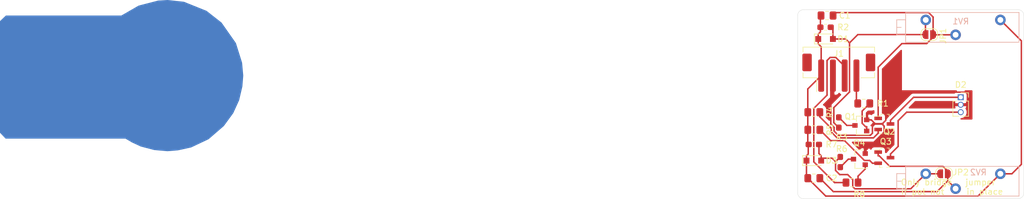
<source format=kicad_pcb>
(kicad_pcb (version 20171130) (host pcbnew "(5.1.0)-1")

  (general
    (thickness 1.6)
    (drawings 15)
    (tracks 148)
    (zones 0)
    (modules 26)
    (nets 17)
  )

  (page A4)
  (layers
    (0 F.Cu signal)
    (31 B.Cu signal)
    (32 B.Adhes user hide)
    (33 F.Adhes user hide)
    (34 B.Paste user hide)
    (35 F.Paste user hide)
    (36 B.SilkS user)
    (37 F.SilkS user)
    (38 B.Mask user hide)
    (39 F.Mask user hide)
    (40 Dwgs.User user)
    (41 Cmts.User user)
    (42 Eco1.User user)
    (43 Eco2.User user)
    (44 Edge.Cuts user)
    (45 Margin user)
    (46 B.CrtYd user hide)
    (47 F.CrtYd user)
    (48 B.Fab user hide)
    (49 F.Fab user hide)
  )

  (setup
    (last_trace_width 0.25)
    (user_trace_width 0.5)
    (user_trace_width 1)
    (user_trace_width 1.5)
    (trace_clearance 0.2)
    (zone_clearance 0.508)
    (zone_45_only no)
    (trace_min 0.2)
    (via_size 0.8)
    (via_drill 0.4)
    (via_min_size 0.4)
    (via_min_drill 0.3)
    (uvia_size 0.3)
    (uvia_drill 0.1)
    (uvias_allowed no)
    (uvia_min_size 0.2)
    (uvia_min_drill 0.1)
    (edge_width 0.05)
    (segment_width 0.2)
    (pcb_text_width 0.3)
    (pcb_text_size 1.5 1.5)
    (mod_edge_width 0.12)
    (mod_text_size 1 1)
    (mod_text_width 0.15)
    (pad_size 5 9)
    (pad_drill 2.7)
    (pad_to_mask_clearance 0.051)
    (solder_mask_min_width 0.25)
    (aux_axis_origin 0 0)
    (visible_elements 7FFFEFFF)
    (pcbplotparams
      (layerselection 0x01000_7fffffff)
      (usegerberextensions false)
      (usegerberattributes false)
      (usegerberadvancedattributes false)
      (creategerberjobfile false)
      (excludeedgelayer true)
      (linewidth 0.100000)
      (plotframeref false)
      (viasonmask false)
      (mode 1)
      (useauxorigin false)
      (hpglpennumber 1)
      (hpglpenspeed 20)
      (hpglpendiameter 15.000000)
      (psnegative false)
      (psa4output false)
      (plotreference true)
      (plotvalue true)
      (plotinvisibletext false)
      (padsonsilk false)
      (subtractmaskfromsilk false)
      (outputformat 1)
      (mirror false)
      (drillshape 0)
      (scaleselection 1)
      (outputdirectory "./"))
  )

  (net 0 "")
  (net 1 +12V)
  (net 2 "Net-(D2-Pad1)")
  (net 3 GND)
  (net 4 "Net-(D2-Pad3)")
  (net 5 Laser1)
  (net 6 Laser2)
  (net 7 "Net-(Q1-Pad1)")
  (net 8 "Net-(Q1-Pad3)")
  (net 9 "Net-(Q2-Pad2)")
  (net 10 "Net-(Q3-Pad2)")
  (net 11 "Net-(Q4-Pad3)")
  (net 12 "Net-(Q4-Pad1)")
  (net 13 "Net-(C1-Pad1)")
  (net 14 "Net-(C2-Pad1)")
  (net 15 "Net-(D1-Pad2)")
  (net 16 "Net-(D3-Pad2)")

  (net_class Default "This is the default net class."
    (clearance 0.2)
    (trace_width 0.25)
    (via_dia 0.8)
    (via_drill 0.4)
    (uvia_dia 0.3)
    (uvia_drill 0.1)
    (add_net +12V)
    (add_net GND)
    (add_net Laser1)
    (add_net Laser2)
    (add_net "Net-(C1-Pad1)")
    (add_net "Net-(C2-Pad1)")
    (add_net "Net-(D1-Pad2)")
    (add_net "Net-(D2-Pad1)")
    (add_net "Net-(D2-Pad3)")
    (add_net "Net-(D3-Pad2)")
    (add_net "Net-(Q1-Pad1)")
    (add_net "Net-(Q1-Pad3)")
    (add_net "Net-(Q2-Pad2)")
    (add_net "Net-(Q3-Pad2)")
    (add_net "Net-(Q4-Pad1)")
    (add_net "Net-(Q4-Pad3)")
  )

  (module MountingHole:MountingHole_3.2mm_M3_ISO7380 (layer F.Cu) (tedit 56D1B4CB) (tstamp 5E555521)
    (at 224 79)
    (descr "Mounting Hole 3.2mm, no annular, M3, ISO7380")
    (tags "mounting hole 3.2mm no annular m3 iso7380")
    (attr virtual)
    (fp_text reference Mount1 (at 0 -3.85) (layer F.SilkS) hide
      (effects (font (size 1 1) (thickness 0.15)))
    )
    (fp_text value MountingHole_3.2mm_M3_ISO7380 (at 0 3.85) (layer F.Fab)
      (effects (font (size 1 1) (thickness 0.15)))
    )
    (fp_text user %R (at 0.3 0) (layer F.Fab)
      (effects (font (size 1 1) (thickness 0.15)))
    )
    (fp_circle (center 0 0) (end 2.85 0) (layer Cmts.User) (width 0.15))
    (fp_circle (center 0 0) (end 3.1 0) (layer F.CrtYd) (width 0.05))
    (pad 1 np_thru_hole circle (at 0 0) (size 3.2 3.2) (drill 3.2) (layers *.Cu *.Mask))
  )

  (module MountingHole:MountingHole_3.2mm_M3_ISO7380 (layer F.Cu) (tedit 56D1B4CB) (tstamp 5E555521)
    (at 236 79)
    (descr "Mounting Hole 3.2mm, no annular, M3, ISO7380")
    (tags "mounting hole 3.2mm no annular m3 iso7380")
    (attr virtual)
    (fp_text reference Mount2 (at 0 -3.85) (layer F.SilkS) hide
      (effects (font (size 1 1) (thickness 0.15)))
    )
    (fp_text value MountingHole_3.2mm_M3_ISO7380 (at 0 3.85) (layer F.Fab)
      (effects (font (size 1 1) (thickness 0.15)))
    )
    (fp_text user %R (at 0.3 0) (layer F.Fab)
      (effects (font (size 1 1) (thickness 0.15)))
    )
    (fp_circle (center 0 0) (end 2.85 0) (layer Cmts.User) (width 0.15))
    (fp_circle (center 0 0) (end 3.1 0) (layer F.CrtYd) (width 0.05))
    (pad 1 np_thru_hole circle (at 0 0) (size 3.2 3.2) (drill 3.2) (layers *.Cu *.Mask))
  )

  (module MountingHole:MountingHole_3.2mm_M3_ISO7380 (layer F.Cu) (tedit 56D1B4CB) (tstamp 5E555521)
    (at 236 91)
    (descr "Mounting Hole 3.2mm, no annular, M3, ISO7380")
    (tags "mounting hole 3.2mm no annular m3 iso7380")
    (attr virtual)
    (fp_text reference Mount4 (at 0 -3.85) (layer F.SilkS) hide
      (effects (font (size 1 1) (thickness 0.15)))
    )
    (fp_text value MountingHole_3.2mm_M3_ISO7380 (at 0 3.85) (layer F.Fab)
      (effects (font (size 1 1) (thickness 0.15)))
    )
    (fp_text user %R (at 0.3 0) (layer F.Fab)
      (effects (font (size 1 1) (thickness 0.15)))
    )
    (fp_circle (center 0 0) (end 2.85 0) (layer Cmts.User) (width 0.15))
    (fp_circle (center 0 0) (end 3.1 0) (layer F.CrtYd) (width 0.05))
    (pad 1 np_thru_hole circle (at 0 0) (size 3.2 3.2) (drill 3.2) (layers *.Cu *.Mask))
  )

  (module MountingHole:MountingHole_3.2mm_M3_ISO7380 (layer F.Cu) (tedit 56D1B4CB) (tstamp 5E55551F)
    (at 224 91)
    (descr "Mounting Hole 3.2mm, no annular, M3, ISO7380")
    (tags "mounting hole 3.2mm no annular m3 iso7380")
    (attr virtual)
    (fp_text reference Mount3 (at 0 -3.85) (layer F.SilkS) hide
      (effects (font (size 1 1) (thickness 0.15)))
    )
    (fp_text value MountingHole_3.2mm_M3_ISO7380 (at 0 3.85) (layer F.Fab)
      (effects (font (size 1 1) (thickness 0.15)))
    )
    (fp_circle (center 0 0) (end 3.1 0) (layer F.CrtYd) (width 0.05))
    (fp_circle (center 0 0) (end 2.85 0) (layer Cmts.User) (width 0.15))
    (fp_text user %R (at 0.3 0) (layer F.Fab)
      (effects (font (size 1 1) (thickness 0.15)))
    )
    (pad 1 np_thru_hole circle (at 0 0) (size 3.2 3.2) (drill 3.2) (layers *.Cu *.Mask))
  )

  (module Diode_SMD:D_SOD-323_HandSoldering (layer F.Cu) (tedit 58641869) (tstamp 5E54249F)
    (at 207 73.75)
    (descr SOD-323)
    (tags SOD-323)
    (path /5E540F29)
    (attr smd)
    (fp_text reference D1 (at 3 0 -180) (layer F.SilkS)
      (effects (font (size 1 1) (thickness 0.15)))
    )
    (fp_text value "D_Schottky 7V" (at 0.1 1.9) (layer F.Fab)
      (effects (font (size 1 1) (thickness 0.15)))
    )
    (fp_text user %R (at 0 -1.85) (layer F.Fab)
      (effects (font (size 1 1) (thickness 0.15)))
    )
    (fp_line (start -1.9 -0.85) (end -1.9 0.85) (layer F.SilkS) (width 0.12))
    (fp_line (start 0.2 0) (end 0.45 0) (layer F.Fab) (width 0.1))
    (fp_line (start 0.2 0.35) (end -0.3 0) (layer F.Fab) (width 0.1))
    (fp_line (start 0.2 -0.35) (end 0.2 0.35) (layer F.Fab) (width 0.1))
    (fp_line (start -0.3 0) (end 0.2 -0.35) (layer F.Fab) (width 0.1))
    (fp_line (start -0.3 0) (end -0.5 0) (layer F.Fab) (width 0.1))
    (fp_line (start -0.3 -0.35) (end -0.3 0.35) (layer F.Fab) (width 0.1))
    (fp_line (start -0.9 0.7) (end -0.9 -0.7) (layer F.Fab) (width 0.1))
    (fp_line (start 0.9 0.7) (end -0.9 0.7) (layer F.Fab) (width 0.1))
    (fp_line (start 0.9 -0.7) (end 0.9 0.7) (layer F.Fab) (width 0.1))
    (fp_line (start -0.9 -0.7) (end 0.9 -0.7) (layer F.Fab) (width 0.1))
    (fp_line (start -2 -0.95) (end 2 -0.95) (layer F.CrtYd) (width 0.05))
    (fp_line (start 2 -0.95) (end 2 0.95) (layer F.CrtYd) (width 0.05))
    (fp_line (start -2 0.95) (end 2 0.95) (layer F.CrtYd) (width 0.05))
    (fp_line (start -2 -0.95) (end -2 0.95) (layer F.CrtYd) (width 0.05))
    (fp_line (start -1.9 0.85) (end 1.25 0.85) (layer F.SilkS) (width 0.12))
    (fp_line (start -1.9 -0.85) (end 1.25 -0.85) (layer F.SilkS) (width 0.12))
    (pad 1 smd rect (at -1.25 0) (size 1 1) (layers F.Cu F.Paste F.Mask)
      (net 1 +12V))
    (pad 2 smd rect (at 1.25 0) (size 1 1) (layers F.Cu F.Paste F.Mask)
      (net 15 "Net-(D1-Pad2)"))
    (model ${KISYS3DMOD}/Diode_SMD.3dshapes/D_SOD-323.wrl
      (at (xyz 0 0 0))
      (scale (xyz 1 1 1))
      (rotate (xyz 0 0 0))
    )
  )

  (module Connector_PinSocket_1.27mm:PinSocket_1x03_P1.27mm_Vertical (layer F.Cu) (tedit 5A19A41D) (tstamp 5E5424B8)
    (at 230 83.7)
    (descr "Through hole straight socket strip, 1x03, 1.27mm pitch, single row (from Kicad 4.0.7), script generated")
    (tags "Through hole socket strip THT 1x03 1.27mm single row")
    (path /5E55C00C)
    (fp_text reference D2 (at 0 -2.135) (layer F.SilkS)
      (effects (font (size 1 1) (thickness 0.15)))
    )
    (fp_text value LED_Dual_ACA (at 0 4.675) (layer F.Fab)
      (effects (font (size 1 1) (thickness 0.15)))
    )
    (fp_line (start -1.27 -0.635) (end 0.635 -0.635) (layer F.Fab) (width 0.1))
    (fp_line (start 0.635 -0.635) (end 1.27 0) (layer F.Fab) (width 0.1))
    (fp_line (start 1.27 0) (end 1.27 3.175) (layer F.Fab) (width 0.1))
    (fp_line (start 1.27 3.175) (end -1.27 3.175) (layer F.Fab) (width 0.1))
    (fp_line (start -1.27 3.175) (end -1.27 -0.635) (layer F.Fab) (width 0.1))
    (fp_line (start -1.33 0.635) (end -0.76 0.635) (layer F.SilkS) (width 0.12))
    (fp_line (start 0.76 0.635) (end 1.33 0.635) (layer F.SilkS) (width 0.12))
    (fp_line (start -1.33 0.635) (end -1.33 3.235) (layer F.SilkS) (width 0.12))
    (fp_line (start -1.33 3.235) (end -0.30753 3.235) (layer F.SilkS) (width 0.12))
    (fp_line (start 0.30753 3.235) (end 1.33 3.235) (layer F.SilkS) (width 0.12))
    (fp_line (start 1.33 0.635) (end 1.33 3.235) (layer F.SilkS) (width 0.12))
    (fp_line (start 1.33 -0.76) (end 1.33 0) (layer F.SilkS) (width 0.12))
    (fp_line (start 0 -0.76) (end 1.33 -0.76) (layer F.SilkS) (width 0.12))
    (fp_line (start -1.8 -1.15) (end 1.75 -1.15) (layer F.CrtYd) (width 0.05))
    (fp_line (start 1.75 -1.15) (end 1.75 3.7) (layer F.CrtYd) (width 0.05))
    (fp_line (start 1.75 3.7) (end -1.8 3.7) (layer F.CrtYd) (width 0.05))
    (fp_line (start -1.8 3.7) (end -1.8 -1.15) (layer F.CrtYd) (width 0.05))
    (fp_text user %R (at 0 1.27 90) (layer F.Fab)
      (effects (font (size 1 1) (thickness 0.15)))
    )
    (pad 1 thru_hole rect (at 0 0) (size 1 1) (drill 0.7) (layers *.Cu *.Mask)
      (net 2 "Net-(D2-Pad1)"))
    (pad 2 thru_hole oval (at 0 1.27) (size 1 1) (drill 0.7) (layers *.Cu *.Mask)
      (net 3 GND))
    (pad 3 thru_hole oval (at 0 2.54) (size 1 1) (drill 0.7) (layers *.Cu *.Mask)
      (net 4 "Net-(D2-Pad3)"))
    (model ${KISYS3DMOD}/Connector_PinSocket_1.27mm.3dshapes/PinSocket_1x03_P1.27mm_Vertical.wrl
      (at (xyz 0 0 0))
      (scale (xyz 1 1 1))
      (rotate (xyz 0 0 0))
    )
  )

  (module Connector_JST:JST_PH_B4B-PH-SM4-TB_1x04-1MP_P2.00mm_Vertical (layer F.Cu) (tedit 5B78AD87) (tstamp 5E5424FD)
    (at 209.25 79.5)
    (descr "JST PH series connector, B4B-PH-SM4-TB (http://www.jst-mfg.com/product/pdf/eng/ePH.pdf), generated with kicad-footprint-generator")
    (tags "connector JST PH side entry")
    (path /5E454797)
    (attr smd)
    (fp_text reference J1 (at 0 -3.25) (layer F.SilkS)
      (effects (font (size 1 1) (thickness 0.15)))
    )
    (fp_text value Conn_01x04 (at 0 4.45) (layer F.Fab)
      (effects (font (size 1 1) (thickness 0.15)))
    )
    (fp_line (start -5.975 0.75) (end 5.975 0.75) (layer F.Fab) (width 0.1))
    (fp_line (start -6.085 0.01) (end -6.085 0.86) (layer F.SilkS) (width 0.12))
    (fp_line (start -6.085 0.86) (end -3.76 0.86) (layer F.SilkS) (width 0.12))
    (fp_line (start -3.76 0.86) (end -3.76 3.25) (layer F.SilkS) (width 0.12))
    (fp_line (start 6.085 0.01) (end 6.085 0.86) (layer F.SilkS) (width 0.12))
    (fp_line (start 6.085 0.86) (end 3.76 0.86) (layer F.SilkS) (width 0.12))
    (fp_line (start -6.085 -3.51) (end -6.085 -4.36) (layer F.SilkS) (width 0.12))
    (fp_line (start -6.085 -4.36) (end 6.085 -4.36) (layer F.SilkS) (width 0.12))
    (fp_line (start 6.085 -4.36) (end 6.085 -3.51) (layer F.SilkS) (width 0.12))
    (fp_line (start -5.975 -4.25) (end 5.975 -4.25) (layer F.Fab) (width 0.1))
    (fp_line (start -5.975 0.75) (end -5.975 -4.25) (layer F.Fab) (width 0.1))
    (fp_line (start 5.975 0.75) (end 5.975 -4.25) (layer F.Fab) (width 0.1))
    (fp_line (start -3.25 -2.75) (end -3.25 -2.25) (layer F.Fab) (width 0.1))
    (fp_line (start -3.25 -2.25) (end -2.75 -2.25) (layer F.Fab) (width 0.1))
    (fp_line (start -2.75 -2.25) (end -2.75 -2.75) (layer F.Fab) (width 0.1))
    (fp_line (start -2.75 -2.75) (end -3.25 -2.75) (layer F.Fab) (width 0.1))
    (fp_line (start -1.25 -2.75) (end -1.25 -2.25) (layer F.Fab) (width 0.1))
    (fp_line (start -1.25 -2.25) (end -0.75 -2.25) (layer F.Fab) (width 0.1))
    (fp_line (start -0.75 -2.25) (end -0.75 -2.75) (layer F.Fab) (width 0.1))
    (fp_line (start -0.75 -2.75) (end -1.25 -2.75) (layer F.Fab) (width 0.1))
    (fp_line (start 0.75 -2.75) (end 0.75 -2.25) (layer F.Fab) (width 0.1))
    (fp_line (start 0.75 -2.25) (end 1.25 -2.25) (layer F.Fab) (width 0.1))
    (fp_line (start 1.25 -2.25) (end 1.25 -2.75) (layer F.Fab) (width 0.1))
    (fp_line (start 1.25 -2.75) (end 0.75 -2.75) (layer F.Fab) (width 0.1))
    (fp_line (start 2.75 -2.75) (end 2.75 -2.25) (layer F.Fab) (width 0.1))
    (fp_line (start 2.75 -2.25) (end 3.25 -2.25) (layer F.Fab) (width 0.1))
    (fp_line (start 3.25 -2.25) (end 3.25 -2.75) (layer F.Fab) (width 0.1))
    (fp_line (start 3.25 -2.75) (end 2.75 -2.75) (layer F.Fab) (width 0.1))
    (fp_line (start -6.7 -4.75) (end -6.7 3.75) (layer F.CrtYd) (width 0.05))
    (fp_line (start -6.7 3.75) (end 6.7 3.75) (layer F.CrtYd) (width 0.05))
    (fp_line (start 6.7 3.75) (end 6.7 -4.75) (layer F.CrtYd) (width 0.05))
    (fp_line (start 6.7 -4.75) (end -6.7 -4.75) (layer F.CrtYd) (width 0.05))
    (fp_line (start -3.5 0.75) (end -3 0.042893) (layer F.Fab) (width 0.1))
    (fp_line (start -3 0.042893) (end -2.5 0.75) (layer F.Fab) (width 0.1))
    (fp_text user %R (at 0 -1) (layer F.Fab)
      (effects (font (size 1 1) (thickness 0.15)))
    )
    (pad 1 smd roundrect (at -3 0.5) (size 1 5.5) (layers F.Cu F.Paste F.Mask) (roundrect_rratio 0.25)
      (net 1 +12V))
    (pad 2 smd roundrect (at -1 0.5) (size 1 5.5) (layers F.Cu F.Paste F.Mask) (roundrect_rratio 0.25)
      (net 3 GND))
    (pad 3 smd roundrect (at 1 0.5) (size 1 5.5) (layers F.Cu F.Paste F.Mask) (roundrect_rratio 0.25)
      (net 5 Laser1))
    (pad 4 smd roundrect (at 3 0.5) (size 1 5.5) (layers F.Cu F.Paste F.Mask) (roundrect_rratio 0.25)
      (net 6 Laser2))
    (pad MP smd roundrect (at -5.4 -1.75) (size 1.6 3) (layers F.Cu F.Paste F.Mask) (roundrect_rratio 0.15625))
    (pad MP smd roundrect (at 5.4 -1.75) (size 1.6 3) (layers F.Cu F.Paste F.Mask) (roundrect_rratio 0.15625))
    (model ${KISYS3DMOD}/Connector_JST.3dshapes/JST_PH_B4B-PH-SM4-TB_1x04-1MP_P2.00mm_Vertical.wrl
      (at (xyz 0 0 0))
      (scale (xyz 1 1 1))
      (rotate (xyz 0 0 0))
    )
  )

  (module Package_TO_SOT_SMD:SOT-23 (layer F.Cu) (tedit 5A02FF57) (tstamp 5E5A4C78)
    (at 213 88.5 180)
    (descr "SOT-23, Standard")
    (tags SOT-23)
    (path /5E5613DE)
    (attr smd)
    (fp_text reference Q1 (at 1.75 1.5) (layer F.SilkS)
      (effects (font (size 1 1) (thickness 0.15)))
    )
    (fp_text value BS170F (at 0 2.5 180) (layer F.Fab)
      (effects (font (size 1 1) (thickness 0.15)))
    )
    (fp_text user %R (at 0 0 270) (layer F.Fab)
      (effects (font (size 0.5 0.5) (thickness 0.075)))
    )
    (fp_line (start -0.7 -0.95) (end -0.7 1.5) (layer F.Fab) (width 0.1))
    (fp_line (start -0.15 -1.52) (end 0.7 -1.52) (layer F.Fab) (width 0.1))
    (fp_line (start -0.7 -0.95) (end -0.15 -1.52) (layer F.Fab) (width 0.1))
    (fp_line (start 0.7 -1.52) (end 0.7 1.52) (layer F.Fab) (width 0.1))
    (fp_line (start -0.7 1.52) (end 0.7 1.52) (layer F.Fab) (width 0.1))
    (fp_line (start 0.76 1.58) (end 0.76 0.65) (layer F.SilkS) (width 0.12))
    (fp_line (start 0.76 -1.58) (end 0.76 -0.65) (layer F.SilkS) (width 0.12))
    (fp_line (start -1.7 -1.75) (end 1.7 -1.75) (layer F.CrtYd) (width 0.05))
    (fp_line (start 1.7 -1.75) (end 1.7 1.75) (layer F.CrtYd) (width 0.05))
    (fp_line (start 1.7 1.75) (end -1.7 1.75) (layer F.CrtYd) (width 0.05))
    (fp_line (start -1.7 1.75) (end -1.7 -1.75) (layer F.CrtYd) (width 0.05))
    (fp_line (start 0.76 -1.58) (end -1.4 -1.58) (layer F.SilkS) (width 0.12))
    (fp_line (start 0.76 1.58) (end -0.7 1.58) (layer F.SilkS) (width 0.12))
    (pad 1 smd rect (at -1 -0.95 180) (size 0.9 0.8) (layers F.Cu F.Paste F.Mask)
      (net 7 "Net-(Q1-Pad1)"))
    (pad 2 smd rect (at -1 0.95 180) (size 0.9 0.8) (layers F.Cu F.Paste F.Mask)
      (net 3 GND))
    (pad 3 smd rect (at 1 0 180) (size 0.9 0.8) (layers F.Cu F.Paste F.Mask)
      (net 8 "Net-(Q1-Pad3)"))
    (model ${KISYS3DMOD}/Package_TO_SOT_SMD.3dshapes/SOT-23.wrl
      (at (xyz 0 0 0))
      (scale (xyz 1 1 1))
      (rotate (xyz 0 0 0))
    )
  )

  (module Resistor_SMD:R_0805_2012Metric_Pad1.15x1.40mm_HandSolder (layer F.Cu) (tedit 5B36C52B) (tstamp 5E62B8CB)
    (at 213.5 84.75 180)
    (descr "Resistor SMD 0805 (2012 Metric), square (rectangular) end terminal, IPC_7351 nominal with elongated pad for handsoldering. (Body size source: https://docs.google.com/spreadsheets/d/1BsfQQcO9C6DZCsRaXUlFlo91Tg2WpOkGARC1WS5S8t0/edit?usp=sharing), generated with kicad-footprint-generator")
    (tags "resistor handsolder")
    (path /5E54EB98)
    (attr smd)
    (fp_text reference R1 (at -3.25 0) (layer F.SilkS)
      (effects (font (size 1 1) (thickness 0.15)))
    )
    (fp_text value 10K (at 0 1.65 180) (layer F.Fab)
      (effects (font (size 1 1) (thickness 0.15)))
    )
    (fp_line (start -1 0.6) (end -1 -0.6) (layer F.Fab) (width 0.1))
    (fp_line (start -1 -0.6) (end 1 -0.6) (layer F.Fab) (width 0.1))
    (fp_line (start 1 -0.6) (end 1 0.6) (layer F.Fab) (width 0.1))
    (fp_line (start 1 0.6) (end -1 0.6) (layer F.Fab) (width 0.1))
    (fp_line (start -0.261252 -0.71) (end 0.261252 -0.71) (layer F.SilkS) (width 0.12))
    (fp_line (start -0.261252 0.71) (end 0.261252 0.71) (layer F.SilkS) (width 0.12))
    (fp_line (start -1.85 0.95) (end -1.85 -0.95) (layer F.CrtYd) (width 0.05))
    (fp_line (start -1.85 -0.95) (end 1.85 -0.95) (layer F.CrtYd) (width 0.05))
    (fp_line (start 1.85 -0.95) (end 1.85 0.95) (layer F.CrtYd) (width 0.05))
    (fp_line (start 1.85 0.95) (end -1.85 0.95) (layer F.CrtYd) (width 0.05))
    (fp_text user %R (at 0 0 180) (layer F.Fab)
      (effects (font (size 0.5 0.5) (thickness 0.08)))
    )
    (pad 1 smd roundrect (at -1.025 0 180) (size 1.15 1.4) (layers F.Cu F.Paste F.Mask) (roundrect_rratio 0.217391)
      (net 7 "Net-(Q1-Pad1)"))
    (pad 2 smd roundrect (at 1.025 0 180) (size 1.15 1.4) (layers F.Cu F.Paste F.Mask) (roundrect_rratio 0.217391)
      (net 6 Laser2))
    (model ${KISYS3DMOD}/Resistor_SMD.3dshapes/R_0805_2012Metric.wrl
      (at (xyz 0 0 0))
      (scale (xyz 1 1 1))
      (rotate (xyz 0 0 0))
    )
  )

  (module Resistor_SMD:R_0603_1608Metric_Pad1.05x0.95mm_HandSolder (layer F.Cu) (tedit 5B301BBD) (tstamp 5E542581)
    (at 207 71.75)
    (descr "Resistor SMD 0603 (1608 Metric), square (rectangular) end terminal, IPC_7351 nominal with elongated pad for handsoldering. (Body size source: http://www.tortai-tech.com/upload/download/2011102023233369053.pdf), generated with kicad-footprint-generator")
    (tags "resistor handsolder")
    (path /5E54B074)
    (attr smd)
    (fp_text reference R2 (at 3 0) (layer F.SilkS)
      (effects (font (size 1 1) (thickness 0.15)))
    )
    (fp_text value 100K (at 0 1.43) (layer F.Fab)
      (effects (font (size 1 1) (thickness 0.15)))
    )
    (fp_text user %R (at 0 0) (layer F.Fab)
      (effects (font (size 0.4 0.4) (thickness 0.06)))
    )
    (fp_line (start 1.65 0.73) (end -1.65 0.73) (layer F.CrtYd) (width 0.05))
    (fp_line (start 1.65 -0.73) (end 1.65 0.73) (layer F.CrtYd) (width 0.05))
    (fp_line (start -1.65 -0.73) (end 1.65 -0.73) (layer F.CrtYd) (width 0.05))
    (fp_line (start -1.65 0.73) (end -1.65 -0.73) (layer F.CrtYd) (width 0.05))
    (fp_line (start -0.171267 0.51) (end 0.171267 0.51) (layer F.SilkS) (width 0.12))
    (fp_line (start -0.171267 -0.51) (end 0.171267 -0.51) (layer F.SilkS) (width 0.12))
    (fp_line (start 0.8 0.4) (end -0.8 0.4) (layer F.Fab) (width 0.1))
    (fp_line (start 0.8 -0.4) (end 0.8 0.4) (layer F.Fab) (width 0.1))
    (fp_line (start -0.8 -0.4) (end 0.8 -0.4) (layer F.Fab) (width 0.1))
    (fp_line (start -0.8 0.4) (end -0.8 -0.4) (layer F.Fab) (width 0.1))
    (pad 2 smd roundrect (at 0.875 0) (size 1.05 0.95) (layers F.Cu F.Paste F.Mask) (roundrect_rratio 0.25)
      (net 15 "Net-(D1-Pad2)"))
    (pad 1 smd roundrect (at -0.875 0) (size 1.05 0.95) (layers F.Cu F.Paste F.Mask) (roundrect_rratio 0.25)
      (net 1 +12V))
    (model ${KISYS3DMOD}/Resistor_SMD.3dshapes/R_0603_1608Metric.wrl
      (at (xyz 0 0 0))
      (scale (xyz 1 1 1))
      (rotate (xyz 0 0 0))
    )
  )

  (module Resistor_SMD:R_0603_1608Metric_Pad1.05x0.95mm_HandSolder (layer F.Cu) (tedit 5B301BBD) (tstamp 5E5431D3)
    (at 209.25 88 90)
    (descr "Resistor SMD 0603 (1608 Metric), square (rectangular) end terminal, IPC_7351 nominal with elongated pad for handsoldering. (Body size source: http://www.tortai-tech.com/upload/download/2011102023233369053.pdf), generated with kicad-footprint-generator")
    (tags "resistor handsolder")
    (path /5E54A307)
    (attr smd)
    (fp_text reference R3 (at -2.5 0.5 180) (layer F.SilkS)
      (effects (font (size 1 1) (thickness 0.15)))
    )
    (fp_text value 4K7 (at 0 1.43 90) (layer F.Fab)
      (effects (font (size 1 1) (thickness 0.15)))
    )
    (fp_line (start -0.8 0.4) (end -0.8 -0.4) (layer F.Fab) (width 0.1))
    (fp_line (start -0.8 -0.4) (end 0.8 -0.4) (layer F.Fab) (width 0.1))
    (fp_line (start 0.8 -0.4) (end 0.8 0.4) (layer F.Fab) (width 0.1))
    (fp_line (start 0.8 0.4) (end -0.8 0.4) (layer F.Fab) (width 0.1))
    (fp_line (start -0.171267 -0.51) (end 0.171267 -0.51) (layer F.SilkS) (width 0.12))
    (fp_line (start -0.171267 0.51) (end 0.171267 0.51) (layer F.SilkS) (width 0.12))
    (fp_line (start -1.65 0.73) (end -1.65 -0.73) (layer F.CrtYd) (width 0.05))
    (fp_line (start -1.65 -0.73) (end 1.65 -0.73) (layer F.CrtYd) (width 0.05))
    (fp_line (start 1.65 -0.73) (end 1.65 0.73) (layer F.CrtYd) (width 0.05))
    (fp_line (start 1.65 0.73) (end -1.65 0.73) (layer F.CrtYd) (width 0.05))
    (fp_text user %R (at 0 0 90) (layer F.Fab)
      (effects (font (size 0.4 0.4) (thickness 0.06)))
    )
    (pad 1 smd roundrect (at -0.875 0 90) (size 1.05 0.95) (layers F.Cu F.Paste F.Mask) (roundrect_rratio 0.25)
      (net 15 "Net-(D1-Pad2)"))
    (pad 2 smd roundrect (at 0.875 0 90) (size 1.05 0.95) (layers F.Cu F.Paste F.Mask) (roundrect_rratio 0.25)
      (net 8 "Net-(Q1-Pad3)"))
    (model ${KISYS3DMOD}/Resistor_SMD.3dshapes/R_0603_1608Metric.wrl
      (at (xyz 0 0 0))
      (scale (xyz 1 1 1))
      (rotate (xyz 0 0 0))
    )
  )

  (module Resistor_SMD:R_0805_2012Metric_Pad1.15x1.40mm_HandSolder (layer F.Cu) (tedit 5B36C52B) (tstamp 5E62AEA2)
    (at 205 86.25 180)
    (descr "Resistor SMD 0805 (2012 Metric), square (rectangular) end terminal, IPC_7351 nominal with elongated pad for handsoldering. (Body size source: https://docs.google.com/spreadsheets/d/1BsfQQcO9C6DZCsRaXUlFlo91Tg2WpOkGARC1WS5S8t0/edit?usp=sharing), generated with kicad-footprint-generator")
    (tags "resistor handsolder")
    (path /5E54F1FD)
    (attr smd)
    (fp_text reference R4 (at -2.75 0 90) (layer F.SilkS)
      (effects (font (size 1 1) (thickness 0.15)))
    )
    (fp_text value 68R (at 0 1.65 180) (layer F.Fab)
      (effects (font (size 1 1) (thickness 0.15)))
    )
    (fp_text user %R (at 0 0 180) (layer F.Fab)
      (effects (font (size 0.5 0.5) (thickness 0.08)))
    )
    (fp_line (start 1.85 0.95) (end -1.85 0.95) (layer F.CrtYd) (width 0.05))
    (fp_line (start 1.85 -0.95) (end 1.85 0.95) (layer F.CrtYd) (width 0.05))
    (fp_line (start -1.85 -0.95) (end 1.85 -0.95) (layer F.CrtYd) (width 0.05))
    (fp_line (start -1.85 0.95) (end -1.85 -0.95) (layer F.CrtYd) (width 0.05))
    (fp_line (start -0.261252 0.71) (end 0.261252 0.71) (layer F.SilkS) (width 0.12))
    (fp_line (start -0.261252 -0.71) (end 0.261252 -0.71) (layer F.SilkS) (width 0.12))
    (fp_line (start 1 0.6) (end -1 0.6) (layer F.Fab) (width 0.1))
    (fp_line (start 1 -0.6) (end 1 0.6) (layer F.Fab) (width 0.1))
    (fp_line (start -1 -0.6) (end 1 -0.6) (layer F.Fab) (width 0.1))
    (fp_line (start -1 0.6) (end -1 -0.6) (layer F.Fab) (width 0.1))
    (pad 2 smd roundrect (at 1.025 0 180) (size 1.15 1.4) (layers F.Cu F.Paste F.Mask) (roundrect_rratio 0.217391)
      (net 1 +12V))
    (pad 1 smd roundrect (at -1.025 0 180) (size 1.15 1.4) (layers F.Cu F.Paste F.Mask) (roundrect_rratio 0.217391)
      (net 9 "Net-(Q2-Pad2)"))
    (model ${KISYS3DMOD}/Resistor_SMD.3dshapes/R_0805_2012Metric.wrl
      (at (xyz 0 0 0))
      (scale (xyz 1 1 1))
      (rotate (xyz 0 0 0))
    )
  )

  (module Capacitor_SMD:C_0805_2012Metric_Pad1.15x1.40mm_HandSolder (layer F.Cu) (tedit 5B36C52B) (tstamp 5E59A428)
    (at 207.25 69.75 180)
    (descr "Capacitor SMD 0805 (2012 Metric), square (rectangular) end terminal, IPC_7351 nominal with elongated pad for handsoldering. (Body size source: https://docs.google.com/spreadsheets/d/1BsfQQcO9C6DZCsRaXUlFlo91Tg2WpOkGARC1WS5S8t0/edit?usp=sharing), generated with kicad-footprint-generator")
    (tags "capacitor handsolder")
    (path /5E5844FF)
    (attr smd)
    (fp_text reference C1 (at -3.025 0 180) (layer F.SilkS)
      (effects (font (size 1 1) (thickness 0.15)))
    )
    (fp_text value 0.1uF (at 0 1.65 180) (layer F.Fab)
      (effects (font (size 1 1) (thickness 0.15)))
    )
    (fp_line (start -1 0.6) (end -1 -0.6) (layer F.Fab) (width 0.1))
    (fp_line (start -1 -0.6) (end 1 -0.6) (layer F.Fab) (width 0.1))
    (fp_line (start 1 -0.6) (end 1 0.6) (layer F.Fab) (width 0.1))
    (fp_line (start 1 0.6) (end -1 0.6) (layer F.Fab) (width 0.1))
    (fp_line (start -0.261252 -0.71) (end 0.261252 -0.71) (layer F.SilkS) (width 0.12))
    (fp_line (start -0.261252 0.71) (end 0.261252 0.71) (layer F.SilkS) (width 0.12))
    (fp_line (start -1.85 0.95) (end -1.85 -0.95) (layer F.CrtYd) (width 0.05))
    (fp_line (start -1.85 -0.95) (end 1.85 -0.95) (layer F.CrtYd) (width 0.05))
    (fp_line (start 1.85 -0.95) (end 1.85 0.95) (layer F.CrtYd) (width 0.05))
    (fp_line (start 1.85 0.95) (end -1.85 0.95) (layer F.CrtYd) (width 0.05))
    (fp_text user %R (at 0 0 180) (layer F.Fab)
      (effects (font (size 0.5 0.5) (thickness 0.08)))
    )
    (pad 1 smd roundrect (at -1.025 0 180) (size 1.15 1.4) (layers F.Cu F.Paste F.Mask) (roundrect_rratio 0.217391)
      (net 13 "Net-(C1-Pad1)"))
    (pad 2 smd roundrect (at 1.025 0 180) (size 1.15 1.4) (layers F.Cu F.Paste F.Mask) (roundrect_rratio 0.217391)
      (net 1 +12V))
    (model ${KISYS3DMOD}/Capacitor_SMD.3dshapes/C_0805_2012Metric.wrl
      (at (xyz 0 0 0))
      (scale (xyz 1 1 1))
      (rotate (xyz 0 0 0))
    )
  )

  (module Jumper:SolderJumper-2_P1.3mm_Open_RoundedPad1.0x1.5mm (layer F.Cu) (tedit 5B391E66) (tstamp 5E59A44B)
    (at 224.65 73)
    (descr "SMD Solder Jumper, 1x1.5mm, rounded Pads, 0.3mm gap, open")
    (tags "solder jumper open")
    (path /5E556D51)
    (attr virtual)
    (fp_text reference JP1 (at 2.35 0.25 90) (layer F.SilkS)
      (effects (font (size 1 1) (thickness 0.15)))
    )
    (fp_text value SolderJumper_2_Open (at 0 1.9) (layer F.Fab)
      (effects (font (size 1 1) (thickness 0.15)))
    )
    (fp_line (start 1.65 1.25) (end -1.65 1.25) (layer F.CrtYd) (width 0.05))
    (fp_line (start 1.65 1.25) (end 1.65 -1.25) (layer F.CrtYd) (width 0.05))
    (fp_line (start -1.65 -1.25) (end -1.65 1.25) (layer F.CrtYd) (width 0.05))
    (fp_line (start -1.65 -1.25) (end 1.65 -1.25) (layer F.CrtYd) (width 0.05))
    (fp_line (start -0.7 -1) (end 0.7 -1) (layer F.SilkS) (width 0.12))
    (fp_line (start 1.4 -0.3) (end 1.4 0.3) (layer F.SilkS) (width 0.12))
    (fp_line (start 0.7 1) (end -0.7 1) (layer F.SilkS) (width 0.12))
    (fp_line (start -1.4 0.3) (end -1.4 -0.3) (layer F.SilkS) (width 0.12))
    (fp_arc (start -0.7 -0.3) (end -0.7 -1) (angle -90) (layer F.SilkS) (width 0.12))
    (fp_arc (start -0.7 0.3) (end -1.4 0.3) (angle -90) (layer F.SilkS) (width 0.12))
    (fp_arc (start 0.7 0.3) (end 0.7 1) (angle -90) (layer F.SilkS) (width 0.12))
    (fp_arc (start 0.7 -0.3) (end 1.4 -0.3) (angle -90) (layer F.SilkS) (width 0.12))
    (pad 2 smd custom (at 0.65 0) (size 1 0.5) (layers F.Cu F.Mask)
      (net 13 "Net-(C1-Pad1)") (zone_connect 2)
      (options (clearance outline) (anchor rect))
      (primitives
        (gr_circle (center 0 0.25) (end 0.5 0.25) (width 0))
        (gr_circle (center 0 -0.25) (end 0.5 -0.25) (width 0))
        (gr_poly (pts
           (xy 0 -0.75) (xy -0.5 -0.75) (xy -0.5 0.75) (xy 0 0.75)) (width 0))
      ))
    (pad 1 smd custom (at -0.65 0) (size 1 0.5) (layers F.Cu F.Mask)
      (net 15 "Net-(D1-Pad2)") (zone_connect 2)
      (options (clearance outline) (anchor rect))
      (primitives
        (gr_circle (center 0 0.25) (end 0.5 0.25) (width 0))
        (gr_circle (center 0 -0.25) (end 0.5 -0.25) (width 0))
        (gr_poly (pts
           (xy 0 -0.75) (xy 0.5 -0.75) (xy 0.5 0.75) (xy 0 0.75)) (width 0))
      ))
  )

  (module digikey-footprints:SOT-23-3 (layer F.Cu) (tedit 5D28A5E3) (tstamp 5E59A479)
    (at 217 88.25)
    (path /5E552935)
    (attr smd)
    (fp_text reference Q2 (at 0.825 1.3) (layer F.SilkS)
      (effects (font (size 1 1) (thickness 0.15)))
    )
    (fp_text value BCV46 (at 0.025 3.25) (layer F.Fab)
      (effects (font (size 1 1) (thickness 0.15)))
    )
    (fp_line (start 0.7 1.52) (end 0.7 -1.52) (layer F.Fab) (width 0.1))
    (fp_line (start -0.7 1.52) (end 0.7 1.52) (layer F.Fab) (width 0.1))
    (fp_text user %R (at -0.125 0.15) (layer F.Fab)
      (effects (font (size 0.25 0.25) (thickness 0.05)))
    )
    (fp_line (start 0.825 -1.65) (end 0.825 -1.35) (layer F.SilkS) (width 0.1))
    (fp_line (start 0.45 -1.65) (end 0.825 -1.65) (layer F.SilkS) (width 0.1))
    (fp_line (start 0.825 1.65) (end 0.375 1.65) (layer F.SilkS) (width 0.1))
    (fp_line (start 0.825 1.35) (end 0.825 1.65) (layer F.SilkS) (width 0.1))
    (fp_line (start 0.825 1.425) (end 0.825 1.3) (layer F.SilkS) (width 0.1))
    (fp_line (start -0.825 1.65) (end -0.825 1.3) (layer F.SilkS) (width 0.1))
    (fp_line (start -0.35 1.65) (end -0.825 1.65) (layer F.SilkS) (width 0.1))
    (fp_line (start -0.425 -1.525) (end -0.7 -1.325) (layer F.Fab) (width 0.1))
    (fp_line (start -0.425 -1.525) (end 0.7 -1.525) (layer F.Fab) (width 0.1))
    (fp_line (start -0.7 -1.325) (end -0.7 1.525) (layer F.Fab) (width 0.1))
    (fp_line (start -0.825 -1.325) (end -1.6 -1.325) (layer F.SilkS) (width 0.1))
    (fp_line (start -0.825 -1.375) (end -0.825 -1.325) (layer F.SilkS) (width 0.1))
    (fp_line (start -0.45 -1.65) (end -0.825 -1.375) (layer F.SilkS) (width 0.1))
    (fp_line (start -0.175 -1.65) (end -0.45 -1.65) (layer F.SilkS) (width 0.1))
    (fp_line (start 1.825 -1.95) (end 1.825 1.95) (layer F.CrtYd) (width 0.05))
    (fp_line (start 1.825 1.95) (end -1.825 1.95) (layer F.CrtYd) (width 0.05))
    (fp_line (start -1.825 -1.95) (end -1.825 1.95) (layer F.CrtYd) (width 0.05))
    (fp_line (start -1.825 -1.95) (end 1.825 -1.95) (layer F.CrtYd) (width 0.05))
    (pad 1 smd rect (at -1.05 -0.95) (size 1.3 0.6) (layers F.Cu F.Paste F.Mask)
      (net 13 "Net-(C1-Pad1)") (solder_mask_margin 0.07))
    (pad 2 smd rect (at -1.05 0.95) (size 1.3 0.6) (layers F.Cu F.Paste F.Mask)
      (net 9 "Net-(Q2-Pad2)") (solder_mask_margin 0.07))
    (pad 3 smd rect (at 1.05 0) (size 1.3 0.6) (layers F.Cu F.Paste F.Mask)
      (net 2 "Net-(D2-Pad1)") (solder_mask_margin 0.07))
  )

  (module Potentiometer_THT:Potentiometer_Bourns_3006P_Horizontal (layer B.Cu) (tedit 5A3D4994) (tstamp 5E59A4B3)
    (at 236.75 70.5)
    (descr "Potentiometer, horizontal, Bourns 3006P, https://www.bourns.com/docs/Product-Datasheets/3006.pdf")
    (tags "Potentiometer horizontal Bourns 3006P")
    (path /5E5819FB)
    (fp_text reference RV1 (at -6.75 0.25) (layer B.SilkS)
      (effects (font (size 1 1) (thickness 0.15)) (justify mirror))
    )
    (fp_text value 22K (at -7.235 -2.395) (layer B.Fab)
      (effects (font (size 1 1) (thickness 0.15)) (justify mirror))
    )
    (fp_text user %R (at -6.475 1.27) (layer B.Fab)
      (effects (font (size 1 1) (thickness 0.15)) (justify mirror))
    )
    (fp_line (start 3.35 3.95) (end -17.8 3.95) (layer B.CrtYd) (width 0.05))
    (fp_line (start 3.35 -1.4) (end 3.35 3.95) (layer B.CrtYd) (width 0.05))
    (fp_line (start -17.8 -1.4) (end 3.35 -1.4) (layer B.CrtYd) (width 0.05))
    (fp_line (start -17.8 3.95) (end -17.8 -1.4) (layer B.CrtYd) (width 0.05))
    (fp_line (start -17.64 1.27) (end -16.881 1.27) (layer B.SilkS) (width 0.12))
    (fp_line (start -16.121 2.569) (end -16.121 -0.03) (layer B.SilkS) (width 0.12))
    (fp_line (start -17.64 2.569) (end -17.64 -0.03) (layer B.SilkS) (width 0.12))
    (fp_line (start -17.64 -0.03) (end -16.121 -0.03) (layer B.SilkS) (width 0.12))
    (fp_line (start -17.64 2.569) (end -16.121 2.569) (layer B.SilkS) (width 0.12))
    (fp_line (start 3.17 3.805) (end 3.17 -1.265) (layer B.SilkS) (width 0.12))
    (fp_line (start -16.12 3.805) (end -16.12 -1.265) (layer B.SilkS) (width 0.12))
    (fp_line (start -16.12 -1.265) (end 3.17 -1.265) (layer B.SilkS) (width 0.12))
    (fp_line (start -16.12 3.805) (end 3.17 3.805) (layer B.SilkS) (width 0.12))
    (fp_line (start -17.52 1.27) (end -16.76 1.27) (layer B.Fab) (width 0.1))
    (fp_line (start -16 2.45) (end -17.52 2.45) (layer B.Fab) (width 0.1))
    (fp_line (start -16 0.09) (end -16 2.45) (layer B.Fab) (width 0.1))
    (fp_line (start -17.52 0.09) (end -16 0.09) (layer B.Fab) (width 0.1))
    (fp_line (start -17.52 2.45) (end -17.52 0.09) (layer B.Fab) (width 0.1))
    (fp_line (start 3.05 3.685) (end -16 3.685) (layer B.Fab) (width 0.1))
    (fp_line (start 3.05 -1.145) (end 3.05 3.685) (layer B.Fab) (width 0.1))
    (fp_line (start -16 -1.145) (end 3.05 -1.145) (layer B.Fab) (width 0.1))
    (fp_line (start -16 3.685) (end -16 -1.145) (layer B.Fab) (width 0.1))
    (pad 3 thru_hole circle (at -12.7 0) (size 1.8 1.8) (drill 1) (layers *.Cu *.Mask)
      (net 15 "Net-(D1-Pad2)"))
    (pad 2 thru_hole circle (at -7.62 2.54) (size 1.8 1.8) (drill 1) (layers *.Cu *.Mask)
      (net 13 "Net-(C1-Pad1)"))
    (pad 1 thru_hole circle (at 0 0) (size 1.8 1.8) (drill 1) (layers *.Cu *.Mask)
      (net 1 +12V))
    (model ${KISYS3DMOD}/Potentiometer_THT.3dshapes/Potentiometer_Bourns_3006P_Horizontal.wrl
      (at (xyz 0 0 0))
      (scale (xyz 1 1 1))
      (rotate (xyz 0 0 0))
    )
  )

  (module Capacitor_SMD:C_0805_2012Metric_Pad1.15x1.40mm_HandSolder (layer F.Cu) (tedit 5B36C52B) (tstamp 5E5E1A63)
    (at 205 97.5 180)
    (descr "Capacitor SMD 0805 (2012 Metric), square (rectangular) end terminal, IPC_7351 nominal with elongated pad for handsoldering. (Body size source: https://docs.google.com/spreadsheets/d/1BsfQQcO9C6DZCsRaXUlFlo91Tg2WpOkGARC1WS5S8t0/edit?usp=sharing), generated with kicad-footprint-generator")
    (tags "capacitor handsolder")
    (path /5E74F3A6)
    (attr smd)
    (fp_text reference C2 (at -3.025 0 180) (layer F.SilkS)
      (effects (font (size 1 1) (thickness 0.15)))
    )
    (fp_text value 0.1uF (at 0 1.65 180) (layer F.Fab)
      (effects (font (size 1 1) (thickness 0.15)))
    )
    (fp_line (start -1 0.6) (end -1 -0.6) (layer F.Fab) (width 0.1))
    (fp_line (start -1 -0.6) (end 1 -0.6) (layer F.Fab) (width 0.1))
    (fp_line (start 1 -0.6) (end 1 0.6) (layer F.Fab) (width 0.1))
    (fp_line (start 1 0.6) (end -1 0.6) (layer F.Fab) (width 0.1))
    (fp_line (start -0.261252 -0.71) (end 0.261252 -0.71) (layer F.SilkS) (width 0.12))
    (fp_line (start -0.261252 0.71) (end 0.261252 0.71) (layer F.SilkS) (width 0.12))
    (fp_line (start -1.85 0.95) (end -1.85 -0.95) (layer F.CrtYd) (width 0.05))
    (fp_line (start -1.85 -0.95) (end 1.85 -0.95) (layer F.CrtYd) (width 0.05))
    (fp_line (start 1.85 -0.95) (end 1.85 0.95) (layer F.CrtYd) (width 0.05))
    (fp_line (start 1.85 0.95) (end -1.85 0.95) (layer F.CrtYd) (width 0.05))
    (fp_text user %R (at 0 0 180) (layer F.Fab)
      (effects (font (size 0.5 0.5) (thickness 0.08)))
    )
    (pad 1 smd roundrect (at -1.025 0 180) (size 1.15 1.4) (layers F.Cu F.Paste F.Mask) (roundrect_rratio 0.217391)
      (net 14 "Net-(C2-Pad1)"))
    (pad 2 smd roundrect (at 1.025 0 180) (size 1.15 1.4) (layers F.Cu F.Paste F.Mask) (roundrect_rratio 0.217391)
      (net 1 +12V))
    (model ${KISYS3DMOD}/Capacitor_SMD.3dshapes/C_0805_2012Metric.wrl
      (at (xyz 0 0 0))
      (scale (xyz 1 1 1))
      (rotate (xyz 0 0 0))
    )
  )

  (module Diode_SMD:D_SOD-323_HandSoldering (layer F.Cu) (tedit 58641869) (tstamp 5E5E1A7B)
    (at 205 94.5)
    (descr SOD-323)
    (tags SOD-323)
    (path /5E74F35F)
    (attr smd)
    (fp_text reference D3 (at 3 0) (layer F.SilkS)
      (effects (font (size 1 1) (thickness 0.15)))
    )
    (fp_text value "D_Schottky 7V" (at 0.1 1.9) (layer F.Fab)
      (effects (font (size 1 1) (thickness 0.15)))
    )
    (fp_text user %R (at 0 -1.85) (layer F.Fab)
      (effects (font (size 1 1) (thickness 0.15)))
    )
    (fp_line (start -1.9 -0.85) (end -1.9 0.85) (layer F.SilkS) (width 0.12))
    (fp_line (start 0.2 0) (end 0.45 0) (layer F.Fab) (width 0.1))
    (fp_line (start 0.2 0.35) (end -0.3 0) (layer F.Fab) (width 0.1))
    (fp_line (start 0.2 -0.35) (end 0.2 0.35) (layer F.Fab) (width 0.1))
    (fp_line (start -0.3 0) (end 0.2 -0.35) (layer F.Fab) (width 0.1))
    (fp_line (start -0.3 0) (end -0.5 0) (layer F.Fab) (width 0.1))
    (fp_line (start -0.3 -0.35) (end -0.3 0.35) (layer F.Fab) (width 0.1))
    (fp_line (start -0.9 0.7) (end -0.9 -0.7) (layer F.Fab) (width 0.1))
    (fp_line (start 0.9 0.7) (end -0.9 0.7) (layer F.Fab) (width 0.1))
    (fp_line (start 0.9 -0.7) (end 0.9 0.7) (layer F.Fab) (width 0.1))
    (fp_line (start -0.9 -0.7) (end 0.9 -0.7) (layer F.Fab) (width 0.1))
    (fp_line (start -2 -0.95) (end 2 -0.95) (layer F.CrtYd) (width 0.05))
    (fp_line (start 2 -0.95) (end 2 0.95) (layer F.CrtYd) (width 0.05))
    (fp_line (start -2 0.95) (end 2 0.95) (layer F.CrtYd) (width 0.05))
    (fp_line (start -2 -0.95) (end -2 0.95) (layer F.CrtYd) (width 0.05))
    (fp_line (start -1.9 0.85) (end 1.25 0.85) (layer F.SilkS) (width 0.12))
    (fp_line (start -1.9 -0.85) (end 1.25 -0.85) (layer F.SilkS) (width 0.12))
    (pad 1 smd rect (at -1.25 0) (size 1 1) (layers F.Cu F.Paste F.Mask)
      (net 1 +12V))
    (pad 2 smd rect (at 1.25 0) (size 1 1) (layers F.Cu F.Paste F.Mask)
      (net 16 "Net-(D3-Pad2)"))
    (model ${KISYS3DMOD}/Diode_SMD.3dshapes/D_SOD-323.wrl
      (at (xyz 0 0 0))
      (scale (xyz 1 1 1))
      (rotate (xyz 0 0 0))
    )
  )

  (module Jumper:SolderJumper-2_P1.3mm_Open_RoundedPad1.0x1.5mm (layer F.Cu) (tedit 5B391E66) (tstamp 5E5E1A8D)
    (at 227.15 96.75)
    (descr "SMD Solder Jumper, 1x1.5mm, rounded Pads, 0.3mm gap, open")
    (tags "solder jumper open")
    (path /5E74F398)
    (attr virtual)
    (fp_text reference JP2 (at 2.85 -0.25) (layer F.SilkS)
      (effects (font (size 1 1) (thickness 0.15)))
    )
    (fp_text value SolderJumper_2_Open (at 0 1.9) (layer F.Fab)
      (effects (font (size 1 1) (thickness 0.15)))
    )
    (fp_arc (start 0.7 -0.3) (end 1.4 -0.3) (angle -90) (layer F.SilkS) (width 0.12))
    (fp_arc (start 0.7 0.3) (end 0.7 1) (angle -90) (layer F.SilkS) (width 0.12))
    (fp_arc (start -0.7 0.3) (end -1.4 0.3) (angle -90) (layer F.SilkS) (width 0.12))
    (fp_arc (start -0.7 -0.3) (end -0.7 -1) (angle -90) (layer F.SilkS) (width 0.12))
    (fp_line (start -1.4 0.3) (end -1.4 -0.3) (layer F.SilkS) (width 0.12))
    (fp_line (start 0.7 1) (end -0.7 1) (layer F.SilkS) (width 0.12))
    (fp_line (start 1.4 -0.3) (end 1.4 0.3) (layer F.SilkS) (width 0.12))
    (fp_line (start -0.7 -1) (end 0.7 -1) (layer F.SilkS) (width 0.12))
    (fp_line (start -1.65 -1.25) (end 1.65 -1.25) (layer F.CrtYd) (width 0.05))
    (fp_line (start -1.65 -1.25) (end -1.65 1.25) (layer F.CrtYd) (width 0.05))
    (fp_line (start 1.65 1.25) (end 1.65 -1.25) (layer F.CrtYd) (width 0.05))
    (fp_line (start 1.65 1.25) (end -1.65 1.25) (layer F.CrtYd) (width 0.05))
    (pad 1 smd custom (at -0.65 0) (size 1 0.5) (layers F.Cu F.Mask)
      (net 16 "Net-(D3-Pad2)") (zone_connect 2)
      (options (clearance outline) (anchor rect))
      (primitives
        (gr_circle (center 0 0.25) (end 0.5 0.25) (width 0))
        (gr_circle (center 0 -0.25) (end 0.5 -0.25) (width 0))
        (gr_poly (pts
           (xy 0 -0.75) (xy 0.5 -0.75) (xy 0.5 0.75) (xy 0 0.75)) (width 0))
      ))
    (pad 2 smd custom (at 0.65 0) (size 1 0.5) (layers F.Cu F.Mask)
      (net 14 "Net-(C2-Pad1)") (zone_connect 2)
      (options (clearance outline) (anchor rect))
      (primitives
        (gr_circle (center 0 0.25) (end 0.5 0.25) (width 0))
        (gr_circle (center 0 -0.25) (end 0.5 -0.25) (width 0))
        (gr_poly (pts
           (xy 0 -0.75) (xy -0.5 -0.75) (xy -0.5 0.75) (xy 0 0.75)) (width 0))
      ))
  )

  (module digikey-footprints:SOT-23-3 (layer F.Cu) (tedit 5D28A5E3) (tstamp 5E5E1AA9)
    (at 217 94)
    (path /5E74F392)
    (attr smd)
    (fp_text reference Q3 (at 0.25 -2.75) (layer F.SilkS)
      (effects (font (size 1 1) (thickness 0.15)))
    )
    (fp_text value BCV46 (at 0.025 3.25) (layer F.Fab)
      (effects (font (size 1 1) (thickness 0.15)))
    )
    (fp_line (start -1.825 -1.95) (end 1.825 -1.95) (layer F.CrtYd) (width 0.05))
    (fp_line (start -1.825 -1.95) (end -1.825 1.95) (layer F.CrtYd) (width 0.05))
    (fp_line (start 1.825 1.95) (end -1.825 1.95) (layer F.CrtYd) (width 0.05))
    (fp_line (start 1.825 -1.95) (end 1.825 1.95) (layer F.CrtYd) (width 0.05))
    (fp_line (start -0.175 -1.65) (end -0.45 -1.65) (layer F.SilkS) (width 0.1))
    (fp_line (start -0.45 -1.65) (end -0.825 -1.375) (layer F.SilkS) (width 0.1))
    (fp_line (start -0.825 -1.375) (end -0.825 -1.325) (layer F.SilkS) (width 0.1))
    (fp_line (start -0.825 -1.325) (end -1.6 -1.325) (layer F.SilkS) (width 0.1))
    (fp_line (start -0.7 -1.325) (end -0.7 1.525) (layer F.Fab) (width 0.1))
    (fp_line (start -0.425 -1.525) (end 0.7 -1.525) (layer F.Fab) (width 0.1))
    (fp_line (start -0.425 -1.525) (end -0.7 -1.325) (layer F.Fab) (width 0.1))
    (fp_line (start -0.35 1.65) (end -0.825 1.65) (layer F.SilkS) (width 0.1))
    (fp_line (start -0.825 1.65) (end -0.825 1.3) (layer F.SilkS) (width 0.1))
    (fp_line (start 0.825 1.425) (end 0.825 1.3) (layer F.SilkS) (width 0.1))
    (fp_line (start 0.825 1.35) (end 0.825 1.65) (layer F.SilkS) (width 0.1))
    (fp_line (start 0.825 1.65) (end 0.375 1.65) (layer F.SilkS) (width 0.1))
    (fp_line (start 0.45 -1.65) (end 0.825 -1.65) (layer F.SilkS) (width 0.1))
    (fp_line (start 0.825 -1.65) (end 0.825 -1.35) (layer F.SilkS) (width 0.1))
    (fp_text user %R (at -0.125 0.15) (layer F.Fab)
      (effects (font (size 0.25 0.25) (thickness 0.05)))
    )
    (fp_line (start -0.7 1.52) (end 0.7 1.52) (layer F.Fab) (width 0.1))
    (fp_line (start 0.7 1.52) (end 0.7 -1.52) (layer F.Fab) (width 0.1))
    (pad 3 smd rect (at 1.05 0) (size 1.3 0.6) (layers F.Cu F.Paste F.Mask)
      (net 4 "Net-(D2-Pad3)") (solder_mask_margin 0.07))
    (pad 2 smd rect (at -1.05 0.95) (size 1.3 0.6) (layers F.Cu F.Paste F.Mask)
      (net 10 "Net-(Q3-Pad2)") (solder_mask_margin 0.07))
    (pad 1 smd rect (at -1.05 -0.95) (size 1.3 0.6) (layers F.Cu F.Paste F.Mask)
      (net 14 "Net-(C2-Pad1)") (solder_mask_margin 0.07))
  )

  (module Package_TO_SOT_SMD:SOT-23 (layer F.Cu) (tedit 5A02FF57) (tstamp 5E62B204)
    (at 212.75 94.25 180)
    (descr "SOT-23, Standard")
    (tags SOT-23)
    (path /5E74F38C)
    (attr smd)
    (fp_text reference Q4 (at 0 2.75 180) (layer F.SilkS)
      (effects (font (size 1 1) (thickness 0.15)))
    )
    (fp_text value BS170F (at 0 2.5 180) (layer F.Fab)
      (effects (font (size 1 1) (thickness 0.15)))
    )
    (fp_text user %R (at 0 0 270) (layer F.Fab)
      (effects (font (size 0.5 0.5) (thickness 0.075)))
    )
    (fp_line (start -0.7 -0.95) (end -0.7 1.5) (layer F.Fab) (width 0.1))
    (fp_line (start -0.15 -1.52) (end 0.7 -1.52) (layer F.Fab) (width 0.1))
    (fp_line (start -0.7 -0.95) (end -0.15 -1.52) (layer F.Fab) (width 0.1))
    (fp_line (start 0.7 -1.52) (end 0.7 1.52) (layer F.Fab) (width 0.1))
    (fp_line (start -0.7 1.52) (end 0.7 1.52) (layer F.Fab) (width 0.1))
    (fp_line (start 0.76 1.58) (end 0.76 0.65) (layer F.SilkS) (width 0.12))
    (fp_line (start 0.76 -1.58) (end 0.76 -0.65) (layer F.SilkS) (width 0.12))
    (fp_line (start -1.7 -1.75) (end 1.7 -1.75) (layer F.CrtYd) (width 0.05))
    (fp_line (start 1.7 -1.75) (end 1.7 1.75) (layer F.CrtYd) (width 0.05))
    (fp_line (start 1.7 1.75) (end -1.7 1.75) (layer F.CrtYd) (width 0.05))
    (fp_line (start -1.7 1.75) (end -1.7 -1.75) (layer F.CrtYd) (width 0.05))
    (fp_line (start 0.76 -1.58) (end -1.4 -1.58) (layer F.SilkS) (width 0.12))
    (fp_line (start 0.76 1.58) (end -0.7 1.58) (layer F.SilkS) (width 0.12))
    (pad 1 smd rect (at -1 -0.95 180) (size 0.9 0.8) (layers F.Cu F.Paste F.Mask)
      (net 12 "Net-(Q4-Pad1)"))
    (pad 2 smd rect (at -1 0.95 180) (size 0.9 0.8) (layers F.Cu F.Paste F.Mask)
      (net 3 GND))
    (pad 3 smd rect (at 1 0 180) (size 0.9 0.8) (layers F.Cu F.Paste F.Mask)
      (net 11 "Net-(Q4-Pad3)"))
    (model ${KISYS3DMOD}/Package_TO_SOT_SMD.3dshapes/SOT-23.wrl
      (at (xyz 0 0 0))
      (scale (xyz 1 1 1))
      (rotate (xyz 0 0 0))
    )
  )

  (module Resistor_SMD:R_0805_2012Metric_Pad1.15x1.40mm_HandSolder (layer F.Cu) (tedit 5B36C52B) (tstamp 5E5E1ACF)
    (at 205 89.25 180)
    (descr "Resistor SMD 0805 (2012 Metric), square (rectangular) end terminal, IPC_7351 nominal with elongated pad for handsoldering. (Body size source: https://docs.google.com/spreadsheets/d/1BsfQQcO9C6DZCsRaXUlFlo91Tg2WpOkGARC1WS5S8t0/edit?usp=sharing), generated with kicad-footprint-generator")
    (tags "resistor handsolder")
    (path /5E74F377)
    (attr smd)
    (fp_text reference R5 (at -2.75 0 270) (layer F.SilkS)
      (effects (font (size 1 1) (thickness 0.15)))
    )
    (fp_text value 33R (at 0 1.65 180) (layer F.Fab)
      (effects (font (size 1 1) (thickness 0.15)))
    )
    (fp_line (start -1 0.6) (end -1 -0.6) (layer F.Fab) (width 0.1))
    (fp_line (start -1 -0.6) (end 1 -0.6) (layer F.Fab) (width 0.1))
    (fp_line (start 1 -0.6) (end 1 0.6) (layer F.Fab) (width 0.1))
    (fp_line (start 1 0.6) (end -1 0.6) (layer F.Fab) (width 0.1))
    (fp_line (start -0.261252 -0.71) (end 0.261252 -0.71) (layer F.SilkS) (width 0.12))
    (fp_line (start -0.261252 0.71) (end 0.261252 0.71) (layer F.SilkS) (width 0.12))
    (fp_line (start -1.85 0.95) (end -1.85 -0.95) (layer F.CrtYd) (width 0.05))
    (fp_line (start -1.85 -0.95) (end 1.85 -0.95) (layer F.CrtYd) (width 0.05))
    (fp_line (start 1.85 -0.95) (end 1.85 0.95) (layer F.CrtYd) (width 0.05))
    (fp_line (start 1.85 0.95) (end -1.85 0.95) (layer F.CrtYd) (width 0.05))
    (fp_text user %R (at 0 0 180) (layer F.Fab)
      (effects (font (size 0.5 0.5) (thickness 0.08)))
    )
    (pad 1 smd roundrect (at -1.025 0 180) (size 1.15 1.4) (layers F.Cu F.Paste F.Mask) (roundrect_rratio 0.217391)
      (net 10 "Net-(Q3-Pad2)"))
    (pad 2 smd roundrect (at 1.025 0 180) (size 1.15 1.4) (layers F.Cu F.Paste F.Mask) (roundrect_rratio 0.217391)
      (net 1 +12V))
    (model ${KISYS3DMOD}/Resistor_SMD.3dshapes/R_0805_2012Metric.wrl
      (at (xyz 0 0 0))
      (scale (xyz 1 1 1))
      (rotate (xyz 0 0 0))
    )
  )

  (module Resistor_SMD:R_0603_1608Metric_Pad1.05x0.95mm_HandSolder (layer F.Cu) (tedit 5B301BBD) (tstamp 5E5E1AE0)
    (at 209.5 94.75 270)
    (descr "Resistor SMD 0603 (1608 Metric), square (rectangular) end terminal, IPC_7351 nominal with elongated pad for handsoldering. (Body size source: http://www.tortai-tech.com/upload/download/2011102023233369053.pdf), generated with kicad-footprint-generator")
    (tags "resistor handsolder")
    (path /5E74F365)
    (attr smd)
    (fp_text reference R6 (at -2.25 -0.25) (layer F.SilkS)
      (effects (font (size 1 1) (thickness 0.15)))
    )
    (fp_text value 4K7 (at 0 1.43 270) (layer F.Fab)
      (effects (font (size 1 1) (thickness 0.15)))
    )
    (fp_text user %R (at 0 0 270) (layer F.Fab)
      (effects (font (size 0.4 0.4) (thickness 0.06)))
    )
    (fp_line (start 1.65 0.73) (end -1.65 0.73) (layer F.CrtYd) (width 0.05))
    (fp_line (start 1.65 -0.73) (end 1.65 0.73) (layer F.CrtYd) (width 0.05))
    (fp_line (start -1.65 -0.73) (end 1.65 -0.73) (layer F.CrtYd) (width 0.05))
    (fp_line (start -1.65 0.73) (end -1.65 -0.73) (layer F.CrtYd) (width 0.05))
    (fp_line (start -0.171267 0.51) (end 0.171267 0.51) (layer F.SilkS) (width 0.12))
    (fp_line (start -0.171267 -0.51) (end 0.171267 -0.51) (layer F.SilkS) (width 0.12))
    (fp_line (start 0.8 0.4) (end -0.8 0.4) (layer F.Fab) (width 0.1))
    (fp_line (start 0.8 -0.4) (end 0.8 0.4) (layer F.Fab) (width 0.1))
    (fp_line (start -0.8 -0.4) (end 0.8 -0.4) (layer F.Fab) (width 0.1))
    (fp_line (start -0.8 0.4) (end -0.8 -0.4) (layer F.Fab) (width 0.1))
    (pad 2 smd roundrect (at 0.875 0 270) (size 1.05 0.95) (layers F.Cu F.Paste F.Mask) (roundrect_rratio 0.25)
      (net 11 "Net-(Q4-Pad3)"))
    (pad 1 smd roundrect (at -0.875 0 270) (size 1.05 0.95) (layers F.Cu F.Paste F.Mask) (roundrect_rratio 0.25)
      (net 16 "Net-(D3-Pad2)"))
    (model ${KISYS3DMOD}/Resistor_SMD.3dshapes/R_0603_1608Metric.wrl
      (at (xyz 0 0 0))
      (scale (xyz 1 1 1))
      (rotate (xyz 0 0 0))
    )
  )

  (module Resistor_SMD:R_0603_1608Metric_Pad1.05x0.95mm_HandSolder (layer F.Cu) (tedit 5B301BBD) (tstamp 5E5E1AF1)
    (at 205 91.75)
    (descr "Resistor SMD 0603 (1608 Metric), square (rectangular) end terminal, IPC_7351 nominal with elongated pad for handsoldering. (Body size source: http://www.tortai-tech.com/upload/download/2011102023233369053.pdf), generated with kicad-footprint-generator")
    (tags "resistor handsolder")
    (path /5E74F36B)
    (attr smd)
    (fp_text reference R7 (at 3 0) (layer F.SilkS)
      (effects (font (size 1 1) (thickness 0.15)))
    )
    (fp_text value 100K (at 0 1.43) (layer F.Fab)
      (effects (font (size 1 1) (thickness 0.15)))
    )
    (fp_line (start -0.8 0.4) (end -0.8 -0.4) (layer F.Fab) (width 0.1))
    (fp_line (start -0.8 -0.4) (end 0.8 -0.4) (layer F.Fab) (width 0.1))
    (fp_line (start 0.8 -0.4) (end 0.8 0.4) (layer F.Fab) (width 0.1))
    (fp_line (start 0.8 0.4) (end -0.8 0.4) (layer F.Fab) (width 0.1))
    (fp_line (start -0.171267 -0.51) (end 0.171267 -0.51) (layer F.SilkS) (width 0.12))
    (fp_line (start -0.171267 0.51) (end 0.171267 0.51) (layer F.SilkS) (width 0.12))
    (fp_line (start -1.65 0.73) (end -1.65 -0.73) (layer F.CrtYd) (width 0.05))
    (fp_line (start -1.65 -0.73) (end 1.65 -0.73) (layer F.CrtYd) (width 0.05))
    (fp_line (start 1.65 -0.73) (end 1.65 0.73) (layer F.CrtYd) (width 0.05))
    (fp_line (start 1.65 0.73) (end -1.65 0.73) (layer F.CrtYd) (width 0.05))
    (fp_text user %R (at 0 0) (layer F.Fab)
      (effects (font (size 0.4 0.4) (thickness 0.06)))
    )
    (pad 1 smd roundrect (at -0.875 0) (size 1.05 0.95) (layers F.Cu F.Paste F.Mask) (roundrect_rratio 0.25)
      (net 1 +12V))
    (pad 2 smd roundrect (at 0.875 0) (size 1.05 0.95) (layers F.Cu F.Paste F.Mask) (roundrect_rratio 0.25)
      (net 16 "Net-(D3-Pad2)"))
    (model ${KISYS3DMOD}/Resistor_SMD.3dshapes/R_0603_1608Metric.wrl
      (at (xyz 0 0 0))
      (scale (xyz 1 1 1))
      (rotate (xyz 0 0 0))
    )
  )

  (module Resistor_SMD:R_0805_2012Metric_Pad1.15x1.40mm_HandSolder (layer F.Cu) (tedit 5B36C52B) (tstamp 5E5E1B02)
    (at 211.5 98.25 180)
    (descr "Resistor SMD 0805 (2012 Metric), square (rectangular) end terminal, IPC_7351 nominal with elongated pad for handsoldering. (Body size source: https://docs.google.com/spreadsheets/d/1BsfQQcO9C6DZCsRaXUlFlo91Tg2WpOkGARC1WS5S8t0/edit?usp=sharing), generated with kicad-footprint-generator")
    (tags "resistor handsolder")
    (path /5E74F371)
    (attr smd)
    (fp_text reference R8 (at -1.25 -2 180) (layer F.SilkS)
      (effects (font (size 1 1) (thickness 0.15)))
    )
    (fp_text value 10K (at 0 1.65 180) (layer F.Fab)
      (effects (font (size 1 1) (thickness 0.15)))
    )
    (fp_text user %R (at 0 0 180) (layer F.Fab)
      (effects (font (size 0.5 0.5) (thickness 0.08)))
    )
    (fp_line (start 1.85 0.95) (end -1.85 0.95) (layer F.CrtYd) (width 0.05))
    (fp_line (start 1.85 -0.95) (end 1.85 0.95) (layer F.CrtYd) (width 0.05))
    (fp_line (start -1.85 -0.95) (end 1.85 -0.95) (layer F.CrtYd) (width 0.05))
    (fp_line (start -1.85 0.95) (end -1.85 -0.95) (layer F.CrtYd) (width 0.05))
    (fp_line (start -0.261252 0.71) (end 0.261252 0.71) (layer F.SilkS) (width 0.12))
    (fp_line (start -0.261252 -0.71) (end 0.261252 -0.71) (layer F.SilkS) (width 0.12))
    (fp_line (start 1 0.6) (end -1 0.6) (layer F.Fab) (width 0.1))
    (fp_line (start 1 -0.6) (end 1 0.6) (layer F.Fab) (width 0.1))
    (fp_line (start -1 -0.6) (end 1 -0.6) (layer F.Fab) (width 0.1))
    (fp_line (start -1 0.6) (end -1 -0.6) (layer F.Fab) (width 0.1))
    (pad 2 smd roundrect (at 1.025 0 180) (size 1.15 1.4) (layers F.Cu F.Paste F.Mask) (roundrect_rratio 0.217391)
      (net 5 Laser1))
    (pad 1 smd roundrect (at -1.025 0 180) (size 1.15 1.4) (layers F.Cu F.Paste F.Mask) (roundrect_rratio 0.217391)
      (net 12 "Net-(Q4-Pad1)"))
    (model ${KISYS3DMOD}/Resistor_SMD.3dshapes/R_0805_2012Metric.wrl
      (at (xyz 0 0 0))
      (scale (xyz 1 1 1))
      (rotate (xyz 0 0 0))
    )
  )

  (module Potentiometer_THT:Potentiometer_Bourns_3006P_Horizontal (layer B.Cu) (tedit 5A3D4994) (tstamp 5E5E1B20)
    (at 236.75 96.75)
    (descr "Potentiometer, horizontal, Bourns 3006P, https://www.bourns.com/docs/Product-Datasheets/3006.pdf")
    (tags "Potentiometer horizontal Bourns 3006P")
    (path /5E74F39E)
    (fp_text reference RV2 (at -3.75 -0.25) (layer B.SilkS)
      (effects (font (size 1 1) (thickness 0.15)) (justify mirror))
    )
    (fp_text value 22K (at -7.235 -2.395) (layer B.Fab)
      (effects (font (size 1 1) (thickness 0.15)) (justify mirror))
    )
    (fp_line (start -16 3.685) (end -16 -1.145) (layer B.Fab) (width 0.1))
    (fp_line (start -16 -1.145) (end 3.05 -1.145) (layer B.Fab) (width 0.1))
    (fp_line (start 3.05 -1.145) (end 3.05 3.685) (layer B.Fab) (width 0.1))
    (fp_line (start 3.05 3.685) (end -16 3.685) (layer B.Fab) (width 0.1))
    (fp_line (start -17.52 2.45) (end -17.52 0.09) (layer B.Fab) (width 0.1))
    (fp_line (start -17.52 0.09) (end -16 0.09) (layer B.Fab) (width 0.1))
    (fp_line (start -16 0.09) (end -16 2.45) (layer B.Fab) (width 0.1))
    (fp_line (start -16 2.45) (end -17.52 2.45) (layer B.Fab) (width 0.1))
    (fp_line (start -17.52 1.27) (end -16.76 1.27) (layer B.Fab) (width 0.1))
    (fp_line (start -16.12 3.805) (end 3.17 3.805) (layer B.SilkS) (width 0.12))
    (fp_line (start -16.12 -1.265) (end 3.17 -1.265) (layer B.SilkS) (width 0.12))
    (fp_line (start -16.12 3.805) (end -16.12 -1.265) (layer B.SilkS) (width 0.12))
    (fp_line (start 3.17 3.805) (end 3.17 -1.265) (layer B.SilkS) (width 0.12))
    (fp_line (start -17.64 2.569) (end -16.121 2.569) (layer B.SilkS) (width 0.12))
    (fp_line (start -17.64 -0.03) (end -16.121 -0.03) (layer B.SilkS) (width 0.12))
    (fp_line (start -17.64 2.569) (end -17.64 -0.03) (layer B.SilkS) (width 0.12))
    (fp_line (start -16.121 2.569) (end -16.121 -0.03) (layer B.SilkS) (width 0.12))
    (fp_line (start -17.64 1.27) (end -16.881 1.27) (layer B.SilkS) (width 0.12))
    (fp_line (start -17.8 3.95) (end -17.8 -1.4) (layer B.CrtYd) (width 0.05))
    (fp_line (start -17.8 -1.4) (end 3.35 -1.4) (layer B.CrtYd) (width 0.05))
    (fp_line (start 3.35 -1.4) (end 3.35 3.95) (layer B.CrtYd) (width 0.05))
    (fp_line (start 3.35 3.95) (end -17.8 3.95) (layer B.CrtYd) (width 0.05))
    (fp_text user %R (at -6.475 1.27) (layer B.Fab)
      (effects (font (size 1 1) (thickness 0.15)) (justify mirror))
    )
    (pad 1 thru_hole circle (at 0 0) (size 1.8 1.8) (drill 1) (layers *.Cu *.Mask)
      (net 1 +12V))
    (pad 2 thru_hole circle (at -7.62 2.54) (size 1.8 1.8) (drill 1) (layers *.Cu *.Mask)
      (net 14 "Net-(C2-Pad1)"))
    (pad 3 thru_hole circle (at -12.7 0) (size 1.8 1.8) (drill 1) (layers *.Cu *.Mask)
      (net 16 "Net-(D3-Pad2)"))
    (model ${KISYS3DMOD}/Potentiometer_THT.3dshapes/Potentiometer_Bourns_3006P_Horizontal.wrl
      (at (xyz 0 0 0))
      (scale (xyz 1 1 1))
      (rotate (xyz 0 0 0))
    )
  )

  (gr_text "Only bridge   jumper \nif pot not     in place" (at 219.75 99) (layer F.SilkS)
    (effects (font (size 1 1) (thickness 0.15)) (justify left))
  )
  (gr_arc (start 239.75 69.75) (end 240.75 69.75) (angle -90) (layer Edge.Cuts) (width 0.05))
  (gr_arc (start 239.75 100) (end 239.75 101) (angle -90) (layer Edge.Cuts) (width 0.05))
  (gr_arc (start 203.25 100) (end 202.25 100) (angle -90) (layer Edge.Cuts) (width 0.05))
  (gr_arc (start 203.25 69.75) (end 203.25 68.75) (angle -90) (layer Edge.Cuts) (width 0.05))
  (gr_line (start 202.25 100) (end 202.25 69.75) (layer Edge.Cuts) (width 0.05))
  (gr_line (start 239.75 101) (end 203.25 101) (layer Edge.Cuts) (width 0.05))
  (gr_line (start 240.75 69.75) (end 240.75 100) (layer Edge.Cuts) (width 0.05))
  (gr_line (start 203.25 68.75) (end 239.75 68.75) (layer Edge.Cuts) (width 0.05))
  (gr_line (start 220 75) (end 240 95) (layer Dwgs.User) (width 0.15) (tstamp 5E542ABC))
  (gr_line (start 240 75) (end 220 95) (layer Dwgs.User) (width 0.15) (tstamp 5E542ABB))
  (gr_line (start 240 95) (end 220 95) (layer Dwgs.User) (width 0.15) (tstamp 5E542ABA))
  (gr_line (start 240 75) (end 240 95) (layer Dwgs.User) (width 0.15))
  (gr_line (start 220 75) (end 240 75) (layer Dwgs.User) (width 0.15))
  (gr_line (start 220 95) (end 220 75) (layer Dwgs.User) (width 0.15))

  (segment (start 206.125 71.75) (end 206.125 69.85) (width 0.25) (layer F.Cu) (net 1))
  (segment (start 206.125 69.85) (end 206.225 69.75) (width 0.25) (layer F.Cu) (net 1))
  (segment (start 206.25 80) (end 203.975 82.275) (width 0.25) (layer F.Cu) (net 1))
  (segment (start 203.975 82.275) (end 203.975 86.25) (width 0.25) (layer F.Cu) (net 1))
  (segment (start 203.975 89.25) (end 203.975 86.25) (width 0.25) (layer F.Cu) (net 1))
  (segment (start 205.75 72.9247) (end 206.125 72.5497) (width 0.25) (layer F.Cu) (net 1))
  (segment (start 206.125 72.5497) (end 206.125 71.75) (width 0.25) (layer F.Cu) (net 1))
  (segment (start 236.75 96.75) (end 232.9494 100.5506) (width 0.25) (layer F.Cu) (net 1))
  (segment (start 232.9494 100.5506) (end 207.0256 100.5506) (width 0.25) (layer F.Cu) (net 1))
  (segment (start 207.0256 100.5506) (end 203.975 97.5) (width 0.25) (layer F.Cu) (net 1))
  (segment (start 203.75 94.5) (end 203.75 97.275) (width 0.25) (layer F.Cu) (net 1))
  (segment (start 203.75 97.275) (end 203.975 97.5) (width 0.25) (layer F.Cu) (net 1))
  (segment (start 205.75 73.75) (end 205.75 74.5753) (width 0.25) (layer F.Cu) (net 1))
  (segment (start 206.25 80) (end 206.25 75.0753) (width 0.25) (layer F.Cu) (net 1))
  (segment (start 206.25 75.0753) (end 205.75 74.5753) (width 0.25) (layer F.Cu) (net 1))
  (segment (start 205.75 73.75) (end 205.75 72.9247) (width 0.25) (layer F.Cu) (net 1))
  (segment (start 204.05 91.75) (end 204.05 93.3747) (width 0.25) (layer F.Cu) (net 1))
  (segment (start 204.05 93.3747) (end 203.75 93.6747) (width 0.25) (layer F.Cu) (net 1))
  (segment (start 203.975 89.25) (end 203.975 91.675) (width 0.25) (layer F.Cu) (net 1))
  (segment (start 203.975 91.675) (end 204.05 91.75) (width 0.25) (layer F.Cu) (net 1))
  (segment (start 204.125 91.75) (end 204.05 91.75) (width 0.25) (layer F.Cu) (net 1))
  (segment (start 203.75 94.5) (end 203.75 93.6747) (width 0.25) (layer F.Cu) (net 1))
  (segment (start 237.649999 71.399999) (end 236.75 70.5) (width 0.25) (layer F.Cu) (net 1))
  (segment (start 240.32501 74.07501) (end 237.649999 71.399999) (width 0.25) (layer F.Cu) (net 1))
  (segment (start 240.32501 95.134626) (end 240.32501 74.07501) (width 0.25) (layer F.Cu) (net 1))
  (segment (start 238.709636 96.75) (end 240.32501 95.134626) (width 0.25) (layer F.Cu) (net 1))
  (segment (start 236.75 96.75) (end 238.709636 96.75) (width 0.25) (layer F.Cu) (net 1))
  (segment (start 218.05 88.25) (end 218.05 87.6247) (width 0.25) (layer F.Cu) (net 2))
  (segment (start 218.05 87.6247) (end 221.9747 83.7) (width 0.25) (layer F.Cu) (net 2))
  (segment (start 221.9747 83.7) (end 230 83.7) (width 0.25) (layer F.Cu) (net 2))
  (segment (start 216.6142 88.2599) (end 216.5646 88.2103) (width 0.25) (layer F.Cu) (net 3))
  (segment (start 216.5646 88.2103) (end 215.4356 88.2103) (width 0.25) (layer F.Cu) (net 3))
  (segment (start 213.75 92.5747) (end 214.022 92.5747) (width 0.25) (layer F.Cu) (net 3))
  (segment (start 214.022 92.5747) (end 216.9616 89.6351) (width 0.25) (layer F.Cu) (net 3))
  (segment (start 216.9616 89.6351) (end 216.9616 88.6073) (width 0.25) (layer F.Cu) (net 3))
  (segment (start 216.9616 88.6073) (end 216.6142 88.2599) (width 0.25) (layer F.Cu) (net 3))
  (segment (start 213.75 93.3) (end 213.75 92.5747) (width 0.25) (layer F.Cu) (net 3))
  (segment (start 215.4356 88.2103) (end 214.7753 87.55) (width 0.25) (layer F.Cu) (net 3))
  (segment (start 208.25 80) (end 207.8946 80.3554) (width 0.25) (layer F.Cu) (net 3))
  (segment (start 207.8946 80.3554) (end 207.8946 88.2746) (width 0.25) (layer F.Cu) (net 3))
  (segment (start 207.8946 88.2746) (end 208.4487 88.8287) (width 0.25) (layer F.Cu) (net 3))
  (segment (start 208.4487 88.8287) (end 208.4487 89.4656) (width 0.25) (layer F.Cu) (net 3))
  (segment (start 208.4487 89.4656) (end 209.1586 90.1755) (width 0.25) (layer F.Cu) (net 3))
  (segment (start 209.1586 90.1755) (end 214.6277 90.1755) (width 0.25) (layer F.Cu) (net 3))
  (segment (start 214.6277 90.1755) (end 214.9746 89.8286) (width 0.25) (layer F.Cu) (net 3))
  (segment (start 214.9746 89.8286) (end 214.9746 88.6713) (width 0.25) (layer F.Cu) (net 3))
  (segment (start 214.9746 88.6713) (end 215.4356 88.2103) (width 0.25) (layer F.Cu) (net 3))
  (segment (start 214 87.55) (end 214.7753 87.55) (width 0.25) (layer F.Cu) (net 3))
  (segment (start 230.707106 84.97) (end 230 84.97) (width 0.25) (layer F.Cu) (net 3))
  (segment (start 231.5 84.177106) (end 230.707106 84.97) (width 0.25) (layer F.Cu) (net 3))
  (segment (start 216.6142 88.2599) (end 217.25 87.6241) (width 0.25) (layer F.Cu) (net 3))
  (segment (start 217.25 87.6241) (end 217.25 86.5) (width 0.25) (layer F.Cu) (net 3))
  (segment (start 217.25 86.5) (end 220.92499 82.82501) (width 0.25) (layer F.Cu) (net 3))
  (segment (start 220.92499 82.82501) (end 230.82501 82.82501) (width 0.25) (layer F.Cu) (net 3))
  (segment (start 230.82501 82.82501) (end 231.5 83.5) (width 0.25) (layer F.Cu) (net 3))
  (segment (start 231.5 83.5) (end 231.5 84.177106) (width 0.25) (layer F.Cu) (net 3))
  (segment (start 218.05 94) (end 218.05 93.3747) (width 0.25) (layer F.Cu) (net 4))
  (segment (start 218.05 93.3747) (end 219.35 92.0747) (width 0.25) (layer F.Cu) (net 4))
  (segment (start 219.35 92.0747) (end 219.35 87.6859) (width 0.25) (layer F.Cu) (net 4))
  (segment (start 219.35 87.6859) (end 220.7959 86.24) (width 0.25) (layer F.Cu) (net 4))
  (segment (start 220.7959 86.24) (end 230 86.24) (width 0.25) (layer F.Cu) (net 4))
  (segment (start 210.475 98.25) (end 208.5308 98.25) (width 0.25) (layer F.Cu) (net 5))
  (segment (start 208.5308 98.25) (end 205 94.7192) (width 0.25) (layer F.Cu) (net 5))
  (segment (start 205 94.7192) (end 205 85.5859) (width 0.25) (layer F.Cu) (net 5))
  (segment (start 205 85.5859) (end 207.25 83.3359) (width 0.25) (layer F.Cu) (net 5))
  (segment (start 207.25 83.3359) (end 207.25 77.4219) (width 0.25) (layer F.Cu) (net 5))
  (segment (start 207.25 77.4219) (end 207.7736 76.8983) (width 0.25) (layer F.Cu) (net 5))
  (segment (start 207.7736 76.8983) (end 208.7355 76.8983) (width 0.25) (layer F.Cu) (net 5))
  (segment (start 208.7355 76.8983) (end 210.25 78.4128) (width 0.25) (layer F.Cu) (net 5))
  (segment (start 210.25 78.4128) (end 210.25 80) (width 0.25) (layer F.Cu) (net 5))
  (segment (start 212.475 84.75) (end 212.25 84.525) (width 0.25) (layer F.Cu) (net 6))
  (segment (start 212.25 84.525) (end 212.25 80) (width 0.25) (layer F.Cu) (net 6))
  (segment (start 214 89.45) (end 214 88.7247) (width 0.25) (layer F.Cu) (net 7))
  (segment (start 214.525 84.75) (end 213.2246 86.0504) (width 0.25) (layer F.Cu) (net 7))
  (segment (start 213.2246 86.0504) (end 213.2246 88.1306) (width 0.25) (layer F.Cu) (net 7))
  (segment (start 213.2246 88.1306) (end 213.8187 88.7247) (width 0.25) (layer F.Cu) (net 7))
  (segment (start 213.8187 88.7247) (end 214 88.7247) (width 0.25) (layer F.Cu) (net 7))
  (segment (start 209.25 87.125) (end 210.625 88.5) (width 0.25) (layer F.Cu) (net 8))
  (segment (start 210.625 88.5) (end 212 88.5) (width 0.25) (layer F.Cu) (net 8))
  (segment (start 206.025 86.25) (end 206.025 87.0419) (width 0.25) (layer F.Cu) (net 9))
  (segment (start 206.025 87.0419) (end 207.9779 88.9948) (width 0.25) (layer F.Cu) (net 9))
  (segment (start 207.9779 88.9948) (end 207.9779 89.6317) (width 0.25) (layer F.Cu) (net 9))
  (segment (start 207.9779 89.6317) (end 208.972 90.6258) (width 0.25) (layer F.Cu) (net 9))
  (segment (start 208.972 90.6258) (end 215.1495 90.6258) (width 0.25) (layer F.Cu) (net 9))
  (segment (start 215.1495 90.6258) (end 215.95 89.8253) (width 0.25) (layer F.Cu) (net 9))
  (segment (start 215.95 89.2) (end 215.95 89.8253) (width 0.25) (layer F.Cu) (net 9))
  (segment (start 215.95 94.95) (end 214.9747 94.95) (width 0.25) (layer F.Cu) (net 10))
  (segment (start 214.9747 94.95) (end 214.4993 94.4746) (width 0.25) (layer F.Cu) (net 10))
  (segment (start 214.4993 94.4746) (end 213.6087 94.4746) (width 0.25) (layer F.Cu) (net 10))
  (segment (start 213.6087 94.4746) (end 210.2274 91.0933) (width 0.25) (layer F.Cu) (net 10))
  (segment (start 210.2274 91.0933) (end 207.8683 91.0933) (width 0.25) (layer F.Cu) (net 10))
  (segment (start 207.8683 91.0933) (end 206.025 89.25) (width 0.25) (layer F.Cu) (net 10))
  (segment (start 209.5 95.625) (end 210.875 94.25) (width 0.25) (layer F.Cu) (net 11))
  (segment (start 210.875 94.25) (end 211.75 94.25) (width 0.25) (layer F.Cu) (net 11))
  (segment (start 213.75 95.2) (end 213.75 95.9253) (width 0.25) (layer F.Cu) (net 12))
  (segment (start 212.525 98.25) (end 212.525 97.1503) (width 0.25) (layer F.Cu) (net 12))
  (segment (start 212.525 97.1503) (end 213.75 95.9253) (width 0.25) (layer F.Cu) (net 12))
  (segment (start 225.3 73) (end 225.3 70.0072) (width 0.25) (layer F.Cu) (net 13))
  (segment (start 225.3 70.0072) (end 224.5443 69.2515) (width 0.25) (layer F.Cu) (net 13))
  (segment (start 224.5443 69.2515) (end 208.7735 69.2515) (width 0.25) (layer F.Cu) (net 13))
  (segment (start 208.7735 69.2515) (end 208.275 69.75) (width 0.25) (layer F.Cu) (net 13))
  (segment (start 225.34 73.04) (end 225.3 73) (width 0.25) (layer F.Cu) (net 13))
  (segment (start 229.13 73.04) (end 225.34 73.04) (width 0.25) (layer F.Cu) (net 13))
  (segment (start 215.95 87.3) (end 215.95 78.5712) (width 0.25) (layer F.Cu) (net 13))
  (segment (start 215.95 78.5712) (end 219.9869 74.5343) (width 0.25) (layer F.Cu) (net 13))
  (segment (start 219.9869 74.5343) (end 224.2131 74.5343) (width 0.25) (layer F.Cu) (net 13))
  (segment (start 224.2131 74.5343) (end 225.34 73.4074) (width 0.25) (layer F.Cu) (net 13))
  (segment (start 225.34 73.4074) (end 225.34 73.04) (width 0.25) (layer F.Cu) (net 13))
  (segment (start 227.8 97.96) (end 227.8 96.75) (width 0.25) (layer F.Cu) (net 14))
  (segment (start 229.13 99.29) (end 227.8 97.96) (width 0.25) (layer F.Cu) (net 14))
  (segment (start 227.8 97.96) (end 225.9683 99.7917) (width 0.25) (layer F.Cu) (net 14))
  (segment (start 225.9683 99.7917) (end 208.3167 99.7917) (width 0.25) (layer F.Cu) (net 14))
  (segment (start 208.3167 99.7917) (end 206.025 97.5) (width 0.25) (layer F.Cu) (net 14))
  (segment (start 227.8 96.75) (end 227.8 96.3033) (width 0.25) (layer F.Cu) (net 14))
  (segment (start 227.8 96.3033) (end 226.9736 95.4769) (width 0.25) (layer F.Cu) (net 14))
  (segment (start 226.9736 95.4769) (end 217.919 95.4769) (width 0.25) (layer F.Cu) (net 14))
  (segment (start 217.919 95.4769) (end 216.1174 93.6753) (width 0.25) (layer F.Cu) (net 14))
  (segment (start 216.1174 93.6753) (end 215.95 93.6753) (width 0.25) (layer F.Cu) (net 14))
  (segment (start 215.95 93.05) (end 215.95 93.6753) (width 0.25) (layer F.Cu) (net 14))
  (segment (start 224 73) (end 212.4904 73) (width 0.25) (layer F.Cu) (net 15))
  (segment (start 212.4904 73) (end 211.0773 74.4131) (width 0.25) (layer F.Cu) (net 15))
  (segment (start 211.0773 74.4131) (end 211.0773 82.7864) (width 0.25) (layer F.Cu) (net 15))
  (segment (start 211.0773 82.7864) (end 208.4075 85.4562) (width 0.25) (layer F.Cu) (net 15))
  (segment (start 208.4075 85.4562) (end 208.4075 88.0325) (width 0.25) (layer F.Cu) (net 15))
  (segment (start 208.4075 88.0325) (end 209.25 88.875) (width 0.25) (layer F.Cu) (net 15))
  (segment (start 209.0753 73.75) (end 210.4142 73.75) (width 0.25) (layer F.Cu) (net 15))
  (segment (start 210.4142 73.75) (end 211.0773 74.4131) (width 0.25) (layer F.Cu) (net 15))
  (segment (start 224.05 70.5) (end 224 70.55) (width 0.25) (layer F.Cu) (net 15))
  (segment (start 224 70.55) (end 224 73) (width 0.25) (layer F.Cu) (net 15))
  (segment (start 207.875 71.75) (end 208.25 72.125) (width 0.25) (layer F.Cu) (net 15))
  (segment (start 208.25 72.125) (end 208.25 73.75) (width 0.25) (layer F.Cu) (net 15))
  (segment (start 208.25 73.75) (end 209.0753 73.75) (width 0.25) (layer F.Cu) (net 15))
  (segment (start 208.6987 94.6763) (end 209.5 93.875) (width 0.25) (layer F.Cu) (net 16))
  (segment (start 224.05 96.75) (end 221.4912 99.3088) (width 0.25) (layer F.Cu) (net 16))
  (segment (start 221.4912 99.3088) (end 211.9924 99.3088) (width 0.25) (layer F.Cu) (net 16))
  (segment (start 211.9924 99.3088) (end 211.6236 98.94) (width 0.25) (layer F.Cu) (net 16))
  (segment (start 211.6236 98.94) (end 211.6236 97.747) (width 0.25) (layer F.Cu) (net 16))
  (segment (start 211.6236 97.747) (end 210.7631 96.8865) (width 0.25) (layer F.Cu) (net 16))
  (segment (start 210.7631 96.8865) (end 209.4065 96.8865) (width 0.25) (layer F.Cu) (net 16))
  (segment (start 209.4065 96.8865) (end 208.6987 96.1787) (width 0.25) (layer F.Cu) (net 16))
  (segment (start 208.6987 96.1787) (end 208.6987 94.6763) (width 0.25) (layer F.Cu) (net 16))
  (segment (start 206.25 94.0873) (end 208.1097 94.0873) (width 0.25) (layer F.Cu) (net 16))
  (segment (start 208.1097 94.0873) (end 208.6987 94.6763) (width 0.25) (layer F.Cu) (net 16))
  (segment (start 206.25 94.0873) (end 206.25 93.6747) (width 0.25) (layer F.Cu) (net 16))
  (segment (start 206.25 94.5) (end 206.25 94.0873) (width 0.25) (layer F.Cu) (net 16))
  (segment (start 226.5 96.75) (end 224.05 96.75) (width 0.25) (layer F.Cu) (net 16))
  (segment (start 205.875 91.75) (end 205.875 93.2997) (width 0.25) (layer F.Cu) (net 16))
  (segment (start 205.875 93.2997) (end 206.25 93.6747) (width 0.25) (layer F.Cu) (net 16))

  (zone (net 0) (net_name "") (layer B.Cu) (tstamp 5E5A4EF4) (hatch edge 0.508)
    (connect_pads (clearance 0.508))
    (min_thickness 0.254)
    (fill yes (arc_segments 32) (thermal_gap 0.508) (thermal_bridge_width 0.508))
    (polygon
      (pts
        (xy 67.5 69.75) (xy 87.15 69.75) (xy 90.1 68.05) (xy 93.4 67.2) (xy 95 67.1)
        (xy 97.8 67.4) (xy 101.65 68.95) (xy 104.2 70.95) (xy 106.65 74.45) (xy 107.7 77.8)
        (xy 107.9 80) (xy 107.75 81.85) (xy 107.2 84.2) (xy 106.2 86.4) (xy 104.6 88.6)
        (xy 102 90.85) (xy 99.05 92.25) (xy 96.8 92.75) (xy 95 92.9) (xy 92.75 92.7)
        (xy 90.45 92.1) (xy 88.95 91.4) (xy 87.85 90.75) (xy 67.45 90.75) (xy 66.5 89.75)
        (xy 66.5 70.7)
      )
    )
    (filled_polygon
      (pts
        (xy 97.768931 67.524398) (xy 101.585827 69.06107) (xy 104.106778 71.038287) (xy 106.534689 74.506732) (xy 107.574752 77.825027)
        (xy 107.772533 80.000617) (xy 107.624181 81.830294) (xy 107.079199 84.158852) (xy 106.089712 86.335723) (xy 104.505868 88.513509)
        (xy 101.929952 90.742667) (xy 99.008479 92.129129) (xy 96.78086 92.624155) (xy 95.000352 92.772531) (xy 92.771801 92.574437)
        (xy 90.493236 91.980029) (xy 89.009305 91.287528) (xy 87.914609 90.640662) (xy 87.892036 90.630159) (xy 87.867849 90.624261)
        (xy 87.85 90.623) (xy 67.504522 90.623) (xy 66.627 89.699292) (xy 66.627 70.754522) (xy 67.550708 69.877)
        (xy 87.15 69.877) (xy 87.174776 69.87456) (xy 87.198601 69.867333) (xy 87.213411 69.860037) (xy 90.148427 68.168672)
        (xy 93.419979 67.325999) (xy 94.997179 67.227424)
      )
    )
  )
  (zone (net 0) (net_name "") (layers F&B.Cu) (tstamp 0) (hatch edge 0.508)
    (connect_pads (clearance 0.508))
    (min_thickness 0.254)
    (keepout (tracks not_allowed) (vias not_allowed) (copperpour not_allowed))
    (fill (arc_segments 32) (thermal_gap 0.508) (thermal_bridge_width 0.508))
    (polygon
      (pts
        (xy 232 82.5) (xy 220 82.5) (xy 220 75) (xy 240 75) (xy 240 95)
        (xy 220 95) (xy 220 87.5) (xy 232 87.5)
      )
    )
  )
  (zone (net 3) (net_name GND) (layer F.Cu) (tstamp 0) (hatch edge 0.508)
    (connect_pads (clearance 0.508))
    (min_thickness 0.254)
    (fill yes (arc_segments 32) (thermal_gap 0.508) (thermal_bridge_width 0.508))
    (polygon
      (pts
        (xy 203.25 68.75) (xy 239.75 68.75) (xy 240.75 69.75) (xy 240.75 100) (xy 239.75 101)
        (xy 203.25 101) (xy 202.25 100) (xy 202.25 69.75)
      )
    )
    (filled_polygon
      (pts
        (xy 217.275518 89.175812) (xy 217.4 89.188072) (xy 218.590001 89.188072) (xy 218.59 91.759898) (xy 217.538998 92.810901)
        (xy 217.51 92.834699) (xy 217.486202 92.863697) (xy 217.486201 92.863698) (xy 217.415026 92.950424) (xy 217.384543 93.007454)
        (xy 217.352948 93.066562) (xy 217.275518 93.074188) (xy 217.238072 93.085547) (xy 217.238072 92.75) (xy 217.225812 92.625518)
        (xy 217.189502 92.50582) (xy 217.130537 92.395506) (xy 217.051185 92.298815) (xy 216.954494 92.219463) (xy 216.84418 92.160498)
        (xy 216.724482 92.124188) (xy 216.6 92.111928) (xy 215.3 92.111928) (xy 215.175518 92.124188) (xy 215.05582 92.160498)
        (xy 214.945506 92.219463) (xy 214.848815 92.298815) (xy 214.769463 92.395506) (xy 214.710498 92.50582) (xy 214.707116 92.516968)
        (xy 214.651185 92.448815) (xy 214.554494 92.369463) (xy 214.44418 92.310498) (xy 214.324482 92.274188) (xy 214.2 92.261928)
        (xy 214.03575 92.265) (xy 213.877 92.42375) (xy 213.877 93.173) (xy 213.897 93.173) (xy 213.897 93.427)
        (xy 213.877 93.427) (xy 213.877 93.447) (xy 213.655902 93.447) (xy 213.603 93.394098) (xy 213.603 93.173)
        (xy 213.623 93.173) (xy 213.623 92.42375) (xy 213.46425 92.265) (xy 213.3 92.261928) (xy 213.175518 92.274188)
        (xy 213.05582 92.310498) (xy 212.945506 92.369463) (xy 212.848815 92.448815) (xy 212.769463 92.545506) (xy 212.764219 92.555317)
        (xy 211.594701 91.3858) (xy 215.112178 91.3858) (xy 215.1495 91.389476) (xy 215.186822 91.3858) (xy 215.186833 91.3858)
        (xy 215.298486 91.374803) (xy 215.441747 91.331346) (xy 215.573776 91.260774) (xy 215.689501 91.165801) (xy 215.713303 91.136798)
        (xy 216.461002 90.389099) (xy 216.490001 90.365301) (xy 216.54262 90.301185) (xy 216.584974 90.249577) (xy 216.647052 90.133438)
        (xy 216.724482 90.125812) (xy 216.84418 90.089502) (xy 216.954494 90.030537) (xy 217.051185 89.951185) (xy 217.130537 89.854494)
        (xy 217.189502 89.74418) (xy 217.225812 89.624482) (xy 217.238072 89.5) (xy 217.238072 89.164453)
      )
    )
    (filled_polygon
      (pts
        (xy 215.05582 88.189502) (xy 215.175518 88.225812) (xy 215.3 88.238072) (xy 216.6 88.238072) (xy 216.724482 88.225812)
        (xy 216.761928 88.214453) (xy 216.761928 88.285547) (xy 216.724482 88.274188) (xy 216.6 88.261928) (xy 215.3 88.261928)
        (xy 215.175518 88.274188) (xy 215.05582 88.310498) (xy 214.945506 88.369463) (xy 214.848815 88.448815) (xy 214.795 88.514388)
        (xy 214.768082 88.5) (xy 214.804494 88.480537) (xy 214.901185 88.401185) (xy 214.980537 88.304494) (xy 215.039502 88.19418)
        (xy 215.043 88.182649)
      )
    )
    (filled_polygon
      (pts
        (xy 215.19 86.372762) (xy 215.175518 86.374188) (xy 215.05582 86.410498) (xy 214.945506 86.469463) (xy 214.848815 86.548815)
        (xy 214.795 86.614388) (xy 214.69418 86.560498) (xy 214.574482 86.524188) (xy 214.45 86.511928) (xy 214.28575 86.515)
        (xy 214.127 86.67375) (xy 214.127 87.423) (xy 214.147 87.423) (xy 214.147 87.677) (xy 214.127 87.677)
        (xy 214.127 87.697) (xy 213.9846 87.697) (xy 213.9846 86.365201) (xy 214.261729 86.088072) (xy 214.850001 86.088072)
        (xy 215.023255 86.071008) (xy 215.189851 86.020472) (xy 215.19 86.020392)
      )
    )
    (filled_polygon
      (pts
        (xy 208.377 79.873) (xy 208.397 79.873) (xy 208.397 80.127) (xy 208.377 80.127) (xy 208.377 83.22625)
        (xy 208.53575 83.385) (xy 208.75 83.388072) (xy 208.874482 83.375812) (xy 208.99418 83.339502) (xy 209.104494 83.280537)
        (xy 209.201185 83.201185) (xy 209.280537 83.104494) (xy 209.309031 83.051187) (xy 209.372038 83.127962) (xy 209.506614 83.238405)
        (xy 209.535209 83.253689) (xy 207.896503 84.892396) (xy 207.867499 84.916199) (xy 207.840354 84.949276) (xy 207.772526 85.031924)
        (xy 207.704081 85.159974) (xy 207.701954 85.163954) (xy 207.658497 85.307215) (xy 207.6475 85.418868) (xy 207.6475 85.418878)
        (xy 207.643824 85.4562) (xy 207.6475 85.493523) (xy 207.647501 87.589599) (xy 207.145142 87.08724) (xy 207.170472 87.039851)
        (xy 207.221008 86.873255) (xy 207.238072 86.700001) (xy 207.238072 85.799999) (xy 207.221008 85.626745) (xy 207.170472 85.460149)
        (xy 207.088405 85.306613) (xy 206.977962 85.172038) (xy 206.843387 85.061595) (xy 206.689851 84.979528) (xy 206.683193 84.977508)
        (xy 207.761004 83.899698) (xy 207.790001 83.875901) (xy 207.884974 83.760176) (xy 207.955546 83.628147) (xy 207.999003 83.484886)
        (xy 208.01 83.373233) (xy 208.01 83.373232) (xy 208.013677 83.3359) (xy 208.013648 83.335602) (xy 208.123 83.22625)
        (xy 208.123 80.127) (xy 208.103 80.127) (xy 208.103 79.873) (xy 208.123 79.873) (xy 208.123 79.853)
        (xy 208.377 79.853)
      )
    )
    (filled_polygon
      (pts
        (xy 231.873 87.373) (xy 230.076059 87.373) (xy 230.222499 87.358577) (xy 230.436447 87.293676) (xy 230.633623 87.188284)
        (xy 230.806449 87.046449) (xy 230.948284 86.873623) (xy 231.053676 86.676447) (xy 231.118577 86.462499) (xy 231.140491 86.24)
        (xy 231.118577 86.017501) (xy 231.053676 85.803553) (xy 230.948284 85.606377) (xy 230.940274 85.596617) (xy 230.987123 85.530206)
        (xy 231.077446 85.326864) (xy 231.094119 85.271874) (xy 230.967954 85.097) (xy 230.127 85.097) (xy 230.127 85.112017)
        (xy 230.055752 85.105) (xy 229.944248 85.105) (xy 229.873 85.112017) (xy 229.873 85.097) (xy 229.032046 85.097)
        (xy 228.905881 85.271874) (xy 228.922554 85.326864) (xy 228.990576 85.48) (xy 221.269502 85.48) (xy 222.289502 84.46)
        (xy 228.918954 84.46) (xy 228.95807 84.53318) (xy 228.922554 84.613136) (xy 228.905881 84.668126) (xy 229.032046 84.843)
        (xy 229.873 84.843) (xy 229.873 84.838072) (xy 230.127 84.838072) (xy 230.127 84.843) (xy 230.967954 84.843)
        (xy 231.094119 84.668126) (xy 231.077446 84.613136) (xy 231.04193 84.53318) (xy 231.089502 84.44418) (xy 231.125812 84.324482)
        (xy 231.138072 84.2) (xy 231.138072 83.2) (xy 231.125812 83.075518) (xy 231.089502 82.95582) (xy 231.030537 82.845506)
        (xy 230.951185 82.748815) (xy 230.854494 82.669463) (xy 230.775053 82.627) (xy 231.873 82.627)
      )
    )
    (filled_polygon
      (pts
        (xy 219.873 82.5) (xy 219.87544 82.524776) (xy 219.882667 82.548601) (xy 219.894403 82.570557) (xy 219.910197 82.589803)
        (xy 219.929443 82.605597) (xy 219.951399 82.617333) (xy 219.975224 82.62456) (xy 220 82.627) (xy 229.224947 82.627)
        (xy 229.145506 82.669463) (xy 229.048815 82.748815) (xy 228.969463 82.845506) (xy 228.918954 82.94) (xy 222.012023 82.94)
        (xy 221.9747 82.936324) (xy 221.937377 82.94) (xy 221.937367 82.94) (xy 221.825714 82.950997) (xy 221.685974 82.993386)
        (xy 221.682453 82.994454) (xy 221.550423 83.065026) (xy 221.502332 83.104494) (xy 221.434699 83.159999) (xy 221.410901 83.188997)
        (xy 217.538998 87.060901) (xy 217.51 87.084699) (xy 217.486202 87.113697) (xy 217.486201 87.113698) (xy 217.415026 87.200424)
        (xy 217.382314 87.261624) (xy 217.352948 87.316562) (xy 217.275518 87.324188) (xy 217.238072 87.335547) (xy 217.238072 87)
        (xy 217.225812 86.875518) (xy 217.189502 86.75582) (xy 217.130537 86.645506) (xy 217.051185 86.548815) (xy 216.954494 86.469463)
        (xy 216.84418 86.410498) (xy 216.724482 86.374188) (xy 216.71 86.372762) (xy 216.71 78.886001) (xy 219.873 75.723002)
      )
    )
  )
)

</source>
